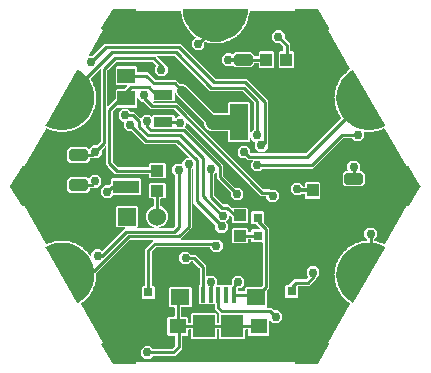
<source format=gbr>
G04 EAGLE Gerber RS-274X export*
G75*
%MOMM*%
%FSLAX34Y34*%
%LPD*%
%INTop Copper*%
%IPPOS*%
%AMOC8*
5,1,8,0,0,1.08239X$1,22.5*%
G01*
%ADD10R,0.800000X0.800000*%
%ADD11R,1.000000X1.100000*%
%ADD12R,1.100000X1.000000*%
%ADD13C,0.499997*%
%ADD14C,1.000000*%
%ADD15R,1.500000X1.300000*%
%ADD16R,2.200000X1.100000*%
%ADD17R,1.530000X1.530000*%
%ADD18C,1.530000*%
%ADD19R,1.600200X0.838200*%
%ADD20R,1.600200X3.098800*%
%ADD21R,0.400000X1.350000*%
%ADD22R,1.600000X1.400000*%
%ADD23R,1.450000X1.300000*%
%ADD24R,1.900000X1.900000*%
%ADD25C,0.756400*%
%ADD26C,0.254000*%
%ADD27C,1.270000*%
%ADD28C,0.812800*%
%ADD29C,0.304800*%

G36*
X278630Y195708D02*
X278630Y195708D01*
X278658Y195706D01*
X278726Y195728D01*
X278797Y195742D01*
X278820Y195758D01*
X278847Y195767D01*
X278902Y195814D01*
X278961Y195855D01*
X278976Y195879D01*
X278998Y195897D01*
X279029Y195962D01*
X279068Y196022D01*
X279073Y196050D01*
X279085Y196076D01*
X279094Y196177D01*
X279101Y196219D01*
X279099Y196229D01*
X279100Y196242D01*
X278982Y197719D01*
X413422Y197719D01*
X413304Y196242D01*
X413308Y196213D01*
X413303Y196185D01*
X413320Y196116D01*
X413328Y196044D01*
X413343Y196020D01*
X413349Y195992D01*
X413392Y195934D01*
X413428Y195872D01*
X413450Y195855D01*
X413467Y195832D01*
X413529Y195795D01*
X413586Y195752D01*
X413614Y195745D01*
X413638Y195730D01*
X413738Y195714D01*
X413779Y195703D01*
X413789Y195705D01*
X413802Y195703D01*
X432802Y195703D01*
X432878Y195718D01*
X432956Y195727D01*
X432975Y195738D01*
X432997Y195742D01*
X433061Y195786D01*
X433129Y195825D01*
X433145Y195844D01*
X433161Y195855D01*
X433185Y195893D01*
X433235Y195953D01*
X442735Y212453D01*
X442744Y212480D01*
X442760Y212504D01*
X442775Y212574D01*
X442798Y212642D01*
X442795Y212670D01*
X442801Y212698D01*
X442788Y212769D01*
X442782Y212840D01*
X442769Y212865D01*
X442763Y212893D01*
X442723Y212953D01*
X442690Y213016D01*
X442668Y213034D01*
X442652Y213058D01*
X442569Y213116D01*
X442537Y213143D01*
X442526Y213146D01*
X442516Y213153D01*
X441197Y213777D01*
X460088Y246497D01*
X460115Y246579D01*
X460147Y246660D01*
X460147Y246674D01*
X460152Y246687D01*
X460145Y246774D01*
X460144Y246860D01*
X460138Y246873D01*
X460137Y246887D01*
X460098Y246964D01*
X460062Y247044D01*
X460052Y247054D01*
X460046Y247066D01*
X460003Y247101D01*
X459934Y247170D01*
X458814Y247933D01*
X458749Y247960D01*
X458687Y247995D01*
X458655Y248000D01*
X458629Y248011D01*
X458577Y248011D01*
X458509Y248021D01*
X458503Y248020D01*
X458028Y248462D01*
X457998Y248480D01*
X457968Y248509D01*
X457432Y248874D01*
X457431Y248880D01*
X457404Y248945D01*
X457386Y249013D01*
X457366Y249039D01*
X457356Y249065D01*
X457319Y249102D01*
X457278Y249157D01*
X455539Y250770D01*
X455479Y250806D01*
X455423Y250850D01*
X455392Y250860D01*
X455368Y250874D01*
X455317Y250882D01*
X455250Y250902D01*
X455245Y250902D01*
X454840Y251410D01*
X454814Y251432D01*
X454789Y251465D01*
X454313Y251906D01*
X454313Y251912D01*
X454296Y251980D01*
X454288Y252051D01*
X454272Y252079D01*
X454266Y252107D01*
X454235Y252148D01*
X454202Y252209D01*
X452723Y254063D01*
X452669Y254108D01*
X452621Y254159D01*
X452591Y254173D01*
X452570Y254191D01*
X452520Y254207D01*
X452458Y254236D01*
X452452Y254238D01*
X452128Y254800D01*
X452105Y254826D01*
X452085Y254862D01*
X451680Y255369D01*
X451681Y255375D01*
X451675Y255445D01*
X451677Y255516D01*
X451666Y255547D01*
X451664Y255575D01*
X451640Y255620D01*
X451616Y255685D01*
X450430Y257739D01*
X450383Y257792D01*
X450343Y257850D01*
X450316Y257868D01*
X450297Y257889D01*
X450251Y257911D01*
X450193Y257950D01*
X450188Y257952D01*
X449951Y258556D01*
X449932Y258585D01*
X449918Y258624D01*
X449593Y259186D01*
X449595Y259191D01*
X449599Y259262D01*
X449612Y259331D01*
X449606Y259363D01*
X449607Y259391D01*
X449590Y259440D01*
X449577Y259508D01*
X448710Y261715D01*
X448672Y261774D01*
X448641Y261838D01*
X448616Y261860D01*
X448601Y261884D01*
X448559Y261913D01*
X448507Y261959D01*
X448503Y261962D01*
X448358Y262595D01*
X448344Y262626D01*
X448336Y262667D01*
X448099Y263271D01*
X448101Y263276D01*
X448116Y263345D01*
X448139Y263412D01*
X448137Y263445D01*
X448143Y263472D01*
X448133Y263523D01*
X448130Y263592D01*
X447602Y265904D01*
X447573Y265968D01*
X447552Y266035D01*
X447531Y266061D01*
X447519Y266086D01*
X447482Y266121D01*
X447438Y266175D01*
X447434Y266179D01*
X447385Y266826D01*
X447376Y266859D01*
X447374Y266901D01*
X447229Y267533D01*
X447232Y267538D01*
X447257Y267604D01*
X447290Y267667D01*
X447293Y267699D01*
X447303Y267726D01*
X447301Y267777D01*
X447308Y267846D01*
X447131Y270211D01*
X447111Y270278D01*
X447101Y270348D01*
X447084Y270377D01*
X447076Y270404D01*
X447044Y270444D01*
X447009Y270504D01*
X447005Y270508D01*
X447054Y271155D01*
X447049Y271189D01*
X447054Y271231D01*
X447005Y271878D01*
X447009Y271882D01*
X447043Y271943D01*
X447085Y272000D01*
X447093Y272032D01*
X447107Y272057D01*
X447113Y272108D01*
X447130Y272175D01*
X447306Y274540D01*
X447298Y274610D01*
X447297Y274680D01*
X447285Y274711D01*
X447281Y274739D01*
X447256Y274783D01*
X447230Y274847D01*
X447227Y274852D01*
X447371Y275485D01*
X447372Y275519D01*
X447382Y275560D01*
X447431Y276207D01*
X447435Y276210D01*
X447478Y276266D01*
X447528Y276316D01*
X447541Y276346D01*
X447558Y276369D01*
X447571Y276419D01*
X447598Y276482D01*
X448125Y278794D01*
X448127Y278864D01*
X448132Y278889D01*
X448131Y278891D01*
X448137Y278935D01*
X448130Y278966D01*
X448130Y278994D01*
X448112Y279043D01*
X448096Y279110D01*
X448093Y279115D01*
X448330Y279719D01*
X448336Y279753D01*
X448353Y279791D01*
X448497Y280424D01*
X448502Y280427D01*
X448553Y280476D01*
X448609Y280518D01*
X448626Y280546D01*
X448647Y280565D01*
X448667Y280612D01*
X448704Y280671D01*
X449569Y282879D01*
X449582Y282949D01*
X449602Y283016D01*
X449599Y283049D01*
X449604Y283076D01*
X449593Y283127D01*
X449587Y283196D01*
X449586Y283201D01*
X449910Y283763D01*
X449921Y283796D01*
X449943Y283831D01*
X450180Y284435D01*
X450185Y284438D01*
X450243Y284478D01*
X450305Y284511D01*
X450326Y284536D01*
X450349Y284553D01*
X450376Y284596D01*
X450421Y284649D01*
X451606Y286703D01*
X451629Y286770D01*
X451659Y286834D01*
X451661Y286866D01*
X451670Y286893D01*
X451666Y286944D01*
X451671Y287014D01*
X451670Y287019D01*
X452075Y287526D01*
X452091Y287557D01*
X452117Y287589D01*
X452442Y288151D01*
X452447Y288153D01*
X452510Y288184D01*
X452577Y288208D01*
X452601Y288229D01*
X452626Y288242D01*
X452660Y288281D01*
X452712Y288326D01*
X454190Y290181D01*
X454222Y290244D01*
X454262Y290302D01*
X454269Y290334D01*
X454282Y290359D01*
X454286Y290411D01*
X454300Y290478D01*
X454300Y290484D01*
X454776Y290925D01*
X454796Y290953D01*
X454828Y290981D01*
X455232Y291488D01*
X455237Y291489D01*
X455305Y291510D01*
X455374Y291524D01*
X455402Y291542D01*
X455428Y291550D01*
X455467Y291584D01*
X455526Y291621D01*
X457263Y293235D01*
X457305Y293292D01*
X457352Y293344D01*
X457364Y293375D01*
X457380Y293397D01*
X457392Y293448D01*
X457417Y293512D01*
X457418Y293518D01*
X457954Y293883D01*
X457978Y293908D01*
X458013Y293931D01*
X458489Y294372D01*
X458494Y294372D01*
X458564Y294383D01*
X458634Y294386D01*
X458664Y294400D01*
X458692Y294404D01*
X458736Y294432D01*
X458799Y294460D01*
X460758Y295796D01*
X460807Y295847D01*
X460862Y295891D01*
X460878Y295920D01*
X460898Y295940D01*
X460917Y295988D01*
X460951Y296048D01*
X460952Y296053D01*
X461537Y296335D01*
X461565Y296356D01*
X461603Y296373D01*
X462139Y296739D01*
X462144Y296738D01*
X462215Y296738D01*
X462285Y296731D01*
X462316Y296740D01*
X462344Y296740D01*
X462392Y296761D01*
X462458Y296779D01*
X464595Y297809D01*
X464651Y297851D01*
X464712Y297887D01*
X464732Y297913D01*
X464754Y297930D01*
X464780Y297974D01*
X464823Y298029D01*
X464825Y298034D01*
X465446Y298225D01*
X465476Y298242D01*
X465516Y298253D01*
X466101Y298534D01*
X466106Y298533D01*
X466176Y298523D01*
X466244Y298505D01*
X466277Y298509D01*
X466304Y298505D01*
X466354Y298518D01*
X466423Y298527D01*
X468689Y299226D01*
X468751Y299260D01*
X468816Y299286D01*
X468840Y299309D01*
X468865Y299322D01*
X468897Y299363D01*
X468947Y299410D01*
X468950Y299415D01*
X469592Y299511D01*
X469625Y299523D01*
X469666Y299528D01*
X470286Y299720D01*
X470291Y299717D01*
X470313Y299711D01*
X470317Y299708D01*
X470330Y299706D01*
X470359Y299697D01*
X470423Y299669D01*
X470456Y299668D01*
X470483Y299660D01*
X470534Y299666D01*
X470604Y299664D01*
X472948Y300018D01*
X473015Y300043D01*
X473083Y300059D01*
X473110Y300077D01*
X473137Y300087D01*
X473175Y300122D01*
X473231Y300161D01*
X473235Y300165D01*
X473884Y300165D01*
X473918Y300172D01*
X473960Y300171D01*
X474294Y300222D01*
X474358Y300245D01*
X474424Y300260D01*
X474451Y300279D01*
X474482Y300290D01*
X474532Y300336D01*
X474587Y300376D01*
X474605Y300404D01*
X474629Y300426D01*
X474657Y300488D01*
X474693Y300546D01*
X474700Y300581D01*
X474712Y300609D01*
X474714Y300659D01*
X474725Y300723D01*
X474725Y301023D01*
X474724Y301031D01*
X474725Y301038D01*
X474704Y301128D01*
X474686Y301219D01*
X474681Y301226D01*
X474679Y301233D01*
X474577Y301381D01*
X472213Y303745D01*
X472213Y308141D01*
X475322Y311250D01*
X479718Y311250D01*
X482827Y308141D01*
X482827Y303745D01*
X480463Y301381D01*
X480459Y301375D01*
X480453Y301370D01*
X480404Y301292D01*
X480352Y301214D01*
X480351Y301207D01*
X480347Y301200D01*
X480315Y301023D01*
X480315Y300295D01*
X480328Y300228D01*
X480333Y300160D01*
X480348Y300131D01*
X480354Y300099D01*
X480393Y300042D01*
X480423Y299981D01*
X480448Y299960D01*
X480467Y299933D01*
X480524Y299896D01*
X480576Y299851D01*
X480610Y299840D01*
X480635Y299823D01*
X480684Y299815D01*
X480747Y299793D01*
X481582Y299668D01*
X481653Y299671D01*
X481723Y299666D01*
X481754Y299676D01*
X481782Y299678D01*
X481829Y299700D01*
X481874Y299714D01*
X481880Y299716D01*
X481883Y299717D01*
X481895Y299721D01*
X481900Y299724D01*
X482520Y299532D01*
X482554Y299529D01*
X482594Y299516D01*
X483235Y299419D01*
X483239Y299415D01*
X483291Y299367D01*
X483337Y299314D01*
X483366Y299299D01*
X483387Y299280D01*
X483436Y299263D01*
X483497Y299231D01*
X485764Y298533D01*
X485834Y298526D01*
X485903Y298511D01*
X485935Y298516D01*
X485963Y298513D01*
X486012Y298528D01*
X486081Y298539D01*
X486086Y298541D01*
X486671Y298259D01*
X486704Y298251D01*
X486741Y298232D01*
X487361Y298041D01*
X487364Y298036D01*
X487409Y297981D01*
X487446Y297922D01*
X487473Y297902D01*
X487491Y297881D01*
X487536Y297857D01*
X487592Y297816D01*
X488830Y297220D01*
X488914Y297199D01*
X488997Y297173D01*
X489011Y297174D01*
X489024Y297171D01*
X489110Y297184D01*
X489196Y297192D01*
X489209Y297198D01*
X489223Y297200D01*
X489297Y297245D01*
X489373Y297286D01*
X489383Y297298D01*
X489394Y297305D01*
X489427Y297349D01*
X489489Y297424D01*
X508381Y330145D01*
X509618Y329291D01*
X509645Y329280D01*
X509667Y329261D01*
X509736Y329241D01*
X509801Y329213D01*
X509830Y329213D01*
X509858Y329205D01*
X509929Y329213D01*
X510000Y329213D01*
X510027Y329224D01*
X510056Y329227D01*
X510118Y329262D01*
X510183Y329290D01*
X510204Y329310D01*
X510229Y329325D01*
X510292Y329402D01*
X510322Y329432D01*
X510326Y329442D01*
X510335Y329453D01*
X519835Y345953D01*
X519845Y345985D01*
X519854Y345998D01*
X519858Y346022D01*
X519859Y346026D01*
X519890Y346096D01*
X519890Y346120D01*
X519898Y346142D01*
X519892Y346218D01*
X519893Y346295D01*
X519883Y346319D01*
X519882Y346340D01*
X519861Y346379D01*
X519835Y346451D01*
X510335Y362951D01*
X510316Y362973D01*
X510303Y362999D01*
X510250Y363047D01*
X510203Y363100D01*
X510177Y363113D01*
X510156Y363132D01*
X510088Y363155D01*
X510024Y363186D01*
X509995Y363188D01*
X509968Y363197D01*
X509896Y363192D01*
X509825Y363195D01*
X509798Y363185D01*
X509769Y363183D01*
X509679Y363141D01*
X509639Y363126D01*
X509631Y363119D01*
X509618Y363113D01*
X508381Y362259D01*
X489489Y394980D01*
X489432Y395045D01*
X489378Y395113D01*
X489366Y395120D01*
X489357Y395131D01*
X489279Y395168D01*
X489203Y395210D01*
X489189Y395212D01*
X489176Y395218D01*
X489090Y395222D01*
X489004Y395232D01*
X488989Y395228D01*
X488976Y395228D01*
X488924Y395210D01*
X488830Y395184D01*
X487592Y394588D01*
X487536Y394545D01*
X487475Y394510D01*
X487455Y394484D01*
X487432Y394467D01*
X487406Y394422D01*
X487364Y394368D01*
X487361Y394363D01*
X486741Y394172D01*
X486711Y394156D01*
X486671Y394145D01*
X486086Y393863D01*
X486081Y393865D01*
X486011Y393875D01*
X485942Y393893D01*
X485910Y393889D01*
X485882Y393893D01*
X485832Y393879D01*
X485764Y393871D01*
X483497Y393173D01*
X483435Y393139D01*
X483370Y393113D01*
X483346Y393090D01*
X483321Y393077D01*
X483289Y393037D01*
X483239Y392989D01*
X483235Y392985D01*
X482594Y392888D01*
X482561Y392877D01*
X482520Y392872D01*
X481900Y392680D01*
X481895Y392683D01*
X481827Y392703D01*
X481762Y392731D01*
X481730Y392732D01*
X481703Y392740D01*
X481651Y392734D01*
X481582Y392736D01*
X479237Y392384D01*
X479171Y392360D01*
X479102Y392343D01*
X479075Y392325D01*
X479049Y392315D01*
X479011Y392280D01*
X478954Y392241D01*
X478950Y392237D01*
X478301Y392237D01*
X478267Y392230D01*
X478226Y392231D01*
X477584Y392135D01*
X477580Y392138D01*
X477516Y392168D01*
X477456Y392205D01*
X477423Y392211D01*
X477398Y392223D01*
X477346Y392225D01*
X477278Y392237D01*
X474907Y392238D01*
X474838Y392224D01*
X474767Y392219D01*
X474738Y392204D01*
X474711Y392199D01*
X474668Y392170D01*
X474606Y392139D01*
X474601Y392136D01*
X473960Y392233D01*
X473925Y392231D01*
X473884Y392239D01*
X473235Y392239D01*
X473231Y392243D01*
X473173Y392282D01*
X473119Y392327D01*
X473088Y392338D01*
X473064Y392354D01*
X473014Y392363D01*
X472948Y392386D01*
X472488Y392455D01*
X472444Y392453D01*
X472402Y392461D01*
X472345Y392448D01*
X472288Y392445D01*
X472248Y392427D01*
X472206Y392417D01*
X472159Y392384D01*
X472107Y392359D01*
X472078Y392326D01*
X472043Y392301D01*
X472012Y392252D01*
X471974Y392209D01*
X471960Y392168D01*
X471937Y392131D01*
X471925Y392066D01*
X471909Y392019D01*
X471911Y391989D01*
X471905Y391954D01*
X471905Y387565D01*
X468796Y384456D01*
X464400Y384456D01*
X462036Y386820D01*
X462030Y386824D01*
X462025Y386830D01*
X461947Y386879D01*
X461869Y386931D01*
X461862Y386932D01*
X461855Y386936D01*
X461678Y386968D01*
X454644Y386968D01*
X454636Y386967D01*
X454628Y386968D01*
X454538Y386947D01*
X454447Y386929D01*
X454441Y386924D01*
X454433Y386922D01*
X454285Y386820D01*
X428780Y361314D01*
X386682Y361314D01*
X386674Y361313D01*
X386667Y361314D01*
X386577Y361293D01*
X386486Y361275D01*
X386479Y361270D01*
X386472Y361268D01*
X386324Y361166D01*
X383960Y358802D01*
X379564Y358802D01*
X376455Y361911D01*
X376455Y366307D01*
X377963Y367814D01*
X377964Y367817D01*
X377966Y367818D01*
X378019Y367899D01*
X378073Y367981D01*
X378074Y367984D01*
X378075Y367986D01*
X378093Y368082D01*
X378111Y368178D01*
X378111Y368181D01*
X378111Y368183D01*
X378090Y368280D01*
X378069Y368374D01*
X378068Y368376D01*
X378067Y368379D01*
X378011Y368459D01*
X377955Y368539D01*
X377953Y368540D01*
X377951Y368542D01*
X377867Y368595D01*
X377786Y368646D01*
X377783Y368647D01*
X377781Y368648D01*
X377604Y368680D01*
X373111Y368680D01*
X371962Y369830D01*
X371955Y369834D01*
X371951Y369840D01*
X371872Y369889D01*
X371795Y369941D01*
X371787Y369942D01*
X371781Y369946D01*
X371603Y369978D01*
X368261Y369978D01*
X365152Y373087D01*
X365152Y377483D01*
X368261Y380592D01*
X372657Y380592D01*
X375766Y377483D01*
X375766Y374777D01*
X375767Y374772D01*
X375766Y374767D01*
X375787Y374674D01*
X375805Y374580D01*
X375808Y374576D01*
X375809Y374571D01*
X375865Y374493D01*
X375918Y374415D01*
X375922Y374412D01*
X375925Y374408D01*
X376007Y374357D01*
X376086Y374305D01*
X376091Y374305D01*
X376096Y374302D01*
X376273Y374270D01*
X422507Y374270D01*
X422515Y374271D01*
X422523Y374270D01*
X422613Y374291D01*
X422704Y374309D01*
X422710Y374314D01*
X422718Y374316D01*
X422866Y374418D01*
X452261Y403813D01*
X452262Y403814D01*
X452274Y403833D01*
X452283Y403847D01*
X452313Y403874D01*
X452338Y403929D01*
X452372Y403980D01*
X452380Y404020D01*
X452396Y404056D01*
X452398Y404117D01*
X452410Y404177D01*
X452401Y404216D01*
X452403Y404256D01*
X452379Y404322D01*
X452368Y404373D01*
X452353Y404396D01*
X452342Y404426D01*
X452117Y404815D01*
X452094Y404841D01*
X452075Y404878D01*
X451670Y405385D01*
X451671Y405390D01*
X451665Y405461D01*
X451667Y405531D01*
X451656Y405562D01*
X451654Y405590D01*
X451630Y405636D01*
X451606Y405701D01*
X450421Y407755D01*
X450374Y407808D01*
X450334Y407866D01*
X450307Y407884D01*
X450289Y407905D01*
X450242Y407928D01*
X450185Y407966D01*
X450180Y407969D01*
X449943Y408573D01*
X449924Y408602D01*
X449910Y408641D01*
X449586Y409203D01*
X449587Y409208D01*
X449592Y409279D01*
X449604Y409348D01*
X449598Y409380D01*
X449600Y409408D01*
X449583Y409457D01*
X449569Y409525D01*
X448704Y411733D01*
X448666Y411792D01*
X448635Y411855D01*
X448610Y411878D01*
X448595Y411901D01*
X448553Y411930D01*
X448502Y411977D01*
X448497Y411980D01*
X448353Y412613D01*
X448338Y412644D01*
X448330Y412685D01*
X448093Y413289D01*
X448096Y413294D01*
X448111Y413363D01*
X448134Y413430D01*
X448132Y413463D01*
X448138Y413490D01*
X448129Y413541D01*
X448125Y413610D01*
X447598Y415922D01*
X447570Y415986D01*
X447548Y416054D01*
X447528Y416079D01*
X447516Y416105D01*
X447478Y416140D01*
X447435Y416194D01*
X447431Y416197D01*
X447382Y416844D01*
X447373Y416878D01*
X447371Y416919D01*
X447227Y417552D01*
X447230Y417557D01*
X447255Y417623D01*
X447288Y417685D01*
X447291Y417718D01*
X447301Y417744D01*
X447299Y417796D01*
X447306Y417864D01*
X447130Y420229D01*
X447111Y420297D01*
X447100Y420367D01*
X447083Y420395D01*
X447076Y420422D01*
X447044Y420462D01*
X447009Y420522D01*
X447005Y420526D01*
X447054Y421173D01*
X447049Y421208D01*
X447054Y421249D01*
X447005Y421896D01*
X447009Y421900D01*
X447044Y421962D01*
X447085Y422019D01*
X447094Y422051D01*
X447107Y422075D01*
X447113Y422127D01*
X447131Y422193D01*
X447308Y424558D01*
X447300Y424628D01*
X447299Y424699D01*
X447287Y424729D01*
X447284Y424757D01*
X447258Y424802D01*
X447232Y424866D01*
X447229Y424871D01*
X447374Y425503D01*
X447375Y425538D01*
X447385Y425578D01*
X447434Y426225D01*
X447438Y426229D01*
X447482Y426285D01*
X447531Y426335D01*
X447544Y426365D01*
X447561Y426387D01*
X447575Y426437D01*
X447602Y426500D01*
X448130Y428812D01*
X448132Y428883D01*
X448142Y428953D01*
X448135Y428984D01*
X448135Y429012D01*
X448117Y429061D01*
X448101Y429128D01*
X448099Y429133D01*
X448336Y429737D01*
X448342Y429771D01*
X448358Y429809D01*
X448503Y430442D01*
X448507Y430445D01*
X448559Y430493D01*
X448615Y430536D01*
X448632Y430563D01*
X448653Y430583D01*
X448674Y430630D01*
X448710Y430689D01*
X449577Y432896D01*
X449589Y432966D01*
X449610Y433033D01*
X449607Y433066D01*
X449612Y433093D01*
X449601Y433144D01*
X449595Y433213D01*
X449593Y433218D01*
X449918Y433780D01*
X449929Y433813D01*
X449951Y433848D01*
X450188Y434452D01*
X450193Y434454D01*
X450251Y434495D01*
X450313Y434528D01*
X450335Y434553D01*
X450358Y434569D01*
X450385Y434613D01*
X450430Y434665D01*
X451616Y436719D01*
X451639Y436786D01*
X451669Y436849D01*
X451671Y436882D01*
X451680Y436909D01*
X451676Y436960D01*
X451681Y437029D01*
X451680Y437035D01*
X452085Y437542D01*
X452101Y437573D01*
X452128Y437604D01*
X452452Y438166D01*
X452458Y438168D01*
X452502Y438190D01*
X452527Y438195D01*
X452547Y438208D01*
X452588Y438223D01*
X452612Y438244D01*
X452637Y438257D01*
X452665Y438288D01*
X452693Y438307D01*
X452704Y438324D01*
X452723Y438341D01*
X454202Y440195D01*
X454234Y440258D01*
X454274Y440316D01*
X454281Y440348D01*
X454294Y440373D01*
X454298Y440425D01*
X454313Y440492D01*
X454313Y440498D01*
X454789Y440939D01*
X454809Y440967D01*
X454840Y440994D01*
X455245Y441502D01*
X455250Y441502D01*
X455318Y441524D01*
X455387Y441537D01*
X455415Y441555D01*
X455441Y441564D01*
X455481Y441597D01*
X455539Y441634D01*
X457278Y443247D01*
X457319Y443304D01*
X457367Y443356D01*
X457378Y443387D01*
X457395Y443409D01*
X457406Y443460D01*
X457431Y443524D01*
X457432Y443530D01*
X457968Y443895D01*
X457993Y443920D01*
X458028Y443942D01*
X458503Y444384D01*
X458509Y444383D01*
X458579Y444395D01*
X458649Y444398D01*
X458679Y444411D01*
X458707Y444415D01*
X458751Y444443D01*
X458814Y444471D01*
X459934Y445234D01*
X459994Y445296D01*
X460058Y445355D01*
X460064Y445368D01*
X460074Y445378D01*
X460106Y445458D01*
X460142Y445537D01*
X460143Y445551D01*
X460148Y445564D01*
X460146Y445651D01*
X460149Y445737D01*
X460144Y445751D01*
X460143Y445764D01*
X460121Y445815D01*
X460088Y445907D01*
X441197Y478627D01*
X442516Y479251D01*
X442538Y479268D01*
X442565Y479278D01*
X442617Y479327D01*
X442675Y479370D01*
X442689Y479395D01*
X442710Y479414D01*
X442739Y479480D01*
X442775Y479542D01*
X442778Y479570D01*
X442790Y479596D01*
X442791Y479668D01*
X442800Y479739D01*
X442792Y479766D01*
X442793Y479795D01*
X442757Y479890D01*
X442746Y479930D01*
X442739Y479939D01*
X442735Y479951D01*
X433235Y496451D01*
X433183Y496510D01*
X433137Y496572D01*
X433118Y496583D01*
X433103Y496600D01*
X433033Y496634D01*
X432966Y496674D01*
X432942Y496678D01*
X432924Y496686D01*
X432879Y496688D01*
X432802Y496701D01*
X413802Y496701D01*
X413774Y496696D01*
X413746Y496698D01*
X413678Y496676D01*
X413607Y496662D01*
X413584Y496646D01*
X413557Y496637D01*
X413502Y496590D01*
X413443Y496549D01*
X413428Y496525D01*
X413407Y496507D01*
X413375Y496442D01*
X413336Y496382D01*
X413331Y496354D01*
X413319Y496328D01*
X413310Y496227D01*
X413303Y496185D01*
X413305Y496175D01*
X413304Y496162D01*
X413422Y494685D01*
X375589Y494685D01*
X375504Y494668D01*
X375419Y494656D01*
X375407Y494648D01*
X375393Y494646D01*
X375321Y494597D01*
X375247Y494552D01*
X375239Y494541D01*
X375227Y494533D01*
X375180Y494461D01*
X375129Y494390D01*
X375125Y494376D01*
X375118Y494365D01*
X375108Y494310D01*
X375084Y494216D01*
X374982Y492857D01*
X374991Y492787D01*
X374991Y492717D01*
X375003Y492686D01*
X375007Y492658D01*
X375032Y492614D01*
X375058Y492550D01*
X375061Y492545D01*
X374917Y491912D01*
X374916Y491878D01*
X374905Y491837D01*
X374857Y491190D01*
X374853Y491187D01*
X374809Y491131D01*
X374760Y491081D01*
X374747Y491051D01*
X374730Y491029D01*
X374716Y490979D01*
X374689Y490915D01*
X374162Y488605D01*
X374160Y488535D01*
X374150Y488465D01*
X374157Y488433D01*
X374157Y488405D01*
X374175Y488357D01*
X374191Y488290D01*
X374194Y488285D01*
X373957Y487681D01*
X373950Y487646D01*
X373934Y487608D01*
X373790Y486975D01*
X373785Y486973D01*
X373734Y486924D01*
X373677Y486882D01*
X373660Y486854D01*
X373640Y486834D01*
X373619Y486787D01*
X373583Y486728D01*
X372717Y484523D01*
X372705Y484453D01*
X372685Y484386D01*
X372687Y484353D01*
X372682Y484326D01*
X372694Y484275D01*
X372700Y484206D01*
X372701Y484201D01*
X372377Y483639D01*
X372365Y483606D01*
X372344Y483571D01*
X372107Y482967D01*
X372101Y482965D01*
X372044Y482924D01*
X371981Y482891D01*
X371960Y482866D01*
X371937Y482850D01*
X371910Y482806D01*
X371865Y482753D01*
X370680Y480702D01*
X370658Y480635D01*
X370628Y480571D01*
X370625Y480538D01*
X370617Y480512D01*
X370620Y480460D01*
X370616Y480391D01*
X370616Y480386D01*
X370212Y479878D01*
X370196Y479847D01*
X370169Y479816D01*
X369845Y479254D01*
X369839Y479252D01*
X369776Y479221D01*
X369710Y479197D01*
X369685Y479176D01*
X369660Y479163D01*
X369626Y479124D01*
X369590Y479092D01*
X369587Y479090D01*
X369586Y479089D01*
X369574Y479079D01*
X368097Y477226D01*
X368065Y477164D01*
X368025Y477105D01*
X368018Y477073D01*
X368005Y477048D01*
X368001Y476997D01*
X367987Y476929D01*
X367986Y476924D01*
X367511Y476482D01*
X367490Y476454D01*
X367459Y476427D01*
X367055Y475919D01*
X367049Y475919D01*
X366982Y475897D01*
X366913Y475884D01*
X366885Y475866D01*
X366858Y475857D01*
X366819Y475824D01*
X366761Y475786D01*
X365024Y474175D01*
X364983Y474118D01*
X364935Y474066D01*
X364923Y474035D01*
X364907Y474012D01*
X364895Y473962D01*
X364871Y473897D01*
X364870Y473892D01*
X364334Y473527D01*
X364309Y473502D01*
X364274Y473479D01*
X363799Y473038D01*
X363793Y473038D01*
X363724Y473027D01*
X363653Y473024D01*
X363623Y473010D01*
X363595Y473006D01*
X363552Y472979D01*
X363488Y472950D01*
X361531Y471616D01*
X361482Y471565D01*
X361427Y471521D01*
X361410Y471492D01*
X361391Y471472D01*
X361372Y471424D01*
X361338Y471364D01*
X361336Y471359D01*
X360751Y471077D01*
X360724Y471056D01*
X360686Y471039D01*
X360150Y470674D01*
X360144Y470675D01*
X360074Y470674D01*
X360003Y470682D01*
X359972Y470673D01*
X359944Y470673D01*
X359897Y470652D01*
X359830Y470634D01*
X357695Y469606D01*
X357639Y469563D01*
X357578Y469527D01*
X357558Y469502D01*
X357536Y469485D01*
X357510Y469440D01*
X357467Y469386D01*
X357464Y469381D01*
X356844Y469190D01*
X356814Y469173D01*
X356774Y469162D01*
X356189Y468880D01*
X356184Y468882D01*
X356114Y468892D01*
X356046Y468910D01*
X356013Y468906D01*
X355985Y468910D01*
X355935Y468896D01*
X355867Y468888D01*
X353603Y468190D01*
X353541Y468156D01*
X353475Y468130D01*
X353452Y468107D01*
X353427Y468094D01*
X353395Y468054D01*
X353344Y468006D01*
X353341Y468002D01*
X352700Y467905D01*
X352667Y467893D01*
X352626Y467888D01*
X352005Y467697D01*
X352001Y467700D01*
X351933Y467720D01*
X351868Y467747D01*
X351835Y467748D01*
X351808Y467756D01*
X351757Y467751D01*
X351688Y467753D01*
X349345Y467400D01*
X349279Y467375D01*
X349210Y467359D01*
X349183Y467341D01*
X349157Y467331D01*
X349119Y467296D01*
X349062Y467257D01*
X349058Y467253D01*
X348409Y467253D01*
X348375Y467246D01*
X348334Y467247D01*
X347692Y467150D01*
X347688Y467154D01*
X347624Y467183D01*
X347564Y467221D01*
X347532Y467227D01*
X347506Y467238D01*
X347455Y467240D01*
X347387Y467253D01*
X345017Y467253D01*
X344948Y467239D01*
X344878Y467233D01*
X344848Y467219D01*
X344821Y467213D01*
X344778Y467184D01*
X344716Y467154D01*
X344712Y467150D01*
X344070Y467247D01*
X344035Y467245D01*
X343995Y467253D01*
X343346Y467253D01*
X343342Y467257D01*
X343283Y467296D01*
X343229Y467342D01*
X343198Y467352D01*
X343175Y467368D01*
X343124Y467377D01*
X343059Y467400D01*
X340716Y467753D01*
X340645Y467749D01*
X340575Y467754D01*
X340544Y467744D01*
X340516Y467743D01*
X340469Y467720D01*
X340403Y467700D01*
X340399Y467697D01*
X339778Y467888D01*
X339744Y467892D01*
X339704Y467905D01*
X339063Y468002D01*
X339060Y468006D01*
X339007Y468054D01*
X338961Y468107D01*
X338932Y468122D01*
X338911Y468141D01*
X338862Y468158D01*
X338801Y468190D01*
X337727Y468521D01*
X337644Y468529D01*
X337562Y468543D01*
X337545Y468539D01*
X337528Y468541D01*
X337448Y468517D01*
X337367Y468498D01*
X337352Y468487D01*
X337336Y468482D01*
X337293Y468446D01*
X337219Y468395D01*
X337052Y468228D01*
X337048Y468221D01*
X337042Y468217D01*
X336993Y468138D01*
X336941Y468061D01*
X336940Y468053D01*
X336936Y468047D01*
X336904Y467869D01*
X336904Y464527D01*
X333795Y461418D01*
X329399Y461418D01*
X326290Y464527D01*
X326290Y468923D01*
X329316Y471949D01*
X329346Y471993D01*
X329382Y472031D01*
X329400Y472076D01*
X329427Y472116D01*
X329437Y472168D01*
X329457Y472217D01*
X329456Y472265D01*
X329465Y472313D01*
X329454Y472365D01*
X329453Y472417D01*
X329433Y472462D01*
X329423Y472509D01*
X329393Y472552D01*
X329372Y472601D01*
X329334Y472638D01*
X329309Y472674D01*
X329276Y472694D01*
X329243Y472727D01*
X328916Y472950D01*
X328851Y472978D01*
X328789Y473013D01*
X328757Y473017D01*
X328731Y473028D01*
X328679Y473028D01*
X328611Y473038D01*
X328605Y473038D01*
X328130Y473479D01*
X328100Y473497D01*
X328070Y473527D01*
X327534Y473892D01*
X327533Y473897D01*
X327507Y473963D01*
X327488Y474031D01*
X327468Y474057D01*
X327458Y474083D01*
X327421Y474120D01*
X327380Y474175D01*
X325643Y475786D01*
X325583Y475823D01*
X325528Y475867D01*
X325496Y475876D01*
X325472Y475891D01*
X325421Y475899D01*
X325355Y475919D01*
X325349Y475919D01*
X324945Y476427D01*
X324918Y476449D01*
X324893Y476482D01*
X324418Y476924D01*
X324417Y476929D01*
X324401Y476998D01*
X324393Y477068D01*
X324377Y477097D01*
X324371Y477124D01*
X324340Y477165D01*
X324307Y477226D01*
X322830Y479079D01*
X322808Y479097D01*
X322803Y479105D01*
X322788Y479113D01*
X322776Y479124D01*
X322728Y479175D01*
X322698Y479189D01*
X322677Y479207D01*
X322627Y479223D01*
X322565Y479252D01*
X322559Y479254D01*
X322235Y479816D01*
X322212Y479842D01*
X322192Y479878D01*
X321788Y480386D01*
X321788Y480391D01*
X321782Y480462D01*
X321784Y480532D01*
X321773Y480563D01*
X321771Y480591D01*
X321747Y480637D01*
X321724Y480702D01*
X320539Y482753D01*
X320492Y482806D01*
X320452Y482864D01*
X320425Y482883D01*
X320406Y482904D01*
X320360Y482926D01*
X320303Y482965D01*
X320297Y482967D01*
X320060Y483571D01*
X320042Y483600D01*
X320027Y483639D01*
X319703Y484201D01*
X319704Y484206D01*
X319709Y484277D01*
X319722Y484346D01*
X319715Y484378D01*
X319717Y484406D01*
X319700Y484455D01*
X319687Y484523D01*
X318821Y486728D01*
X318783Y486788D01*
X318752Y486851D01*
X318728Y486873D01*
X318713Y486897D01*
X318670Y486926D01*
X318619Y486973D01*
X318614Y486975D01*
X318470Y487608D01*
X318456Y487640D01*
X318447Y487681D01*
X318210Y488285D01*
X318213Y488290D01*
X318227Y488359D01*
X318250Y488425D01*
X318249Y488458D01*
X318255Y488486D01*
X318245Y488536D01*
X318242Y488605D01*
X317715Y490915D01*
X317686Y490979D01*
X317665Y491047D01*
X317644Y491072D01*
X317633Y491098D01*
X317595Y491133D01*
X317551Y491187D01*
X317547Y491190D01*
X317499Y491837D01*
X317489Y491871D01*
X317487Y491912D01*
X317343Y492545D01*
X317346Y492550D01*
X317371Y492616D01*
X317404Y492678D01*
X317407Y492711D01*
X317417Y492737D01*
X317415Y492789D01*
X317422Y492857D01*
X317320Y494216D01*
X317297Y494299D01*
X317278Y494384D01*
X317270Y494395D01*
X317266Y494409D01*
X317213Y494476D01*
X317162Y494547D01*
X317150Y494555D01*
X317142Y494566D01*
X317066Y494607D01*
X316992Y494653D01*
X316977Y494656D01*
X316966Y494662D01*
X316910Y494668D01*
X316815Y494685D01*
X278982Y494685D01*
X279100Y496162D01*
X279096Y496191D01*
X279101Y496219D01*
X279084Y496288D01*
X279076Y496360D01*
X279062Y496384D01*
X279055Y496412D01*
X279012Y496470D01*
X278977Y496532D01*
X278954Y496549D01*
X278937Y496572D01*
X278875Y496609D01*
X278818Y496652D01*
X278790Y496659D01*
X278766Y496674D01*
X278666Y496690D01*
X278625Y496701D01*
X278615Y496699D01*
X278602Y496701D01*
X259602Y496701D01*
X259526Y496686D01*
X259448Y496677D01*
X259429Y496666D01*
X259407Y496662D01*
X259343Y496618D01*
X259275Y496579D01*
X259259Y496560D01*
X259243Y496549D01*
X259219Y496511D01*
X259169Y496451D01*
X249669Y479951D01*
X249660Y479924D01*
X249644Y479900D01*
X249629Y479830D01*
X249606Y479762D01*
X249609Y479734D01*
X249603Y479706D01*
X249617Y479636D01*
X249622Y479564D01*
X249635Y479539D01*
X249641Y479511D01*
X249681Y479451D01*
X249714Y479388D01*
X249736Y479370D01*
X249752Y479346D01*
X249835Y479288D01*
X249867Y479261D01*
X249878Y479258D01*
X249889Y479251D01*
X251207Y478627D01*
X238820Y457172D01*
X238808Y457138D01*
X238791Y457110D01*
X238788Y457105D01*
X238776Y457042D01*
X238756Y456982D01*
X238759Y456944D01*
X238752Y456908D01*
X238766Y456845D01*
X238770Y456782D01*
X238787Y456749D01*
X238796Y456712D01*
X238833Y456660D01*
X238861Y456603D01*
X238890Y456579D01*
X238912Y456549D01*
X238966Y456515D01*
X239014Y456474D01*
X239050Y456462D01*
X239082Y456443D01*
X239155Y456430D01*
X239206Y456414D01*
X239231Y456416D01*
X239259Y456411D01*
X241936Y456411D01*
X241944Y456412D01*
X241952Y456411D01*
X242042Y456432D01*
X242133Y456450D01*
X242139Y456455D01*
X242147Y456457D01*
X242295Y456559D01*
X250549Y464813D01*
X252334Y466599D01*
X316880Y466599D01*
X318665Y464813D01*
X345941Y437537D01*
X345948Y437533D01*
X345952Y437527D01*
X346031Y437478D01*
X346108Y437426D01*
X346116Y437425D01*
X346122Y437421D01*
X346300Y437389D01*
X372506Y437389D01*
X390800Y419094D01*
X390800Y381895D01*
X390519Y381614D01*
X390515Y381607D01*
X390509Y381603D01*
X390460Y381524D01*
X390408Y381447D01*
X390407Y381439D01*
X390403Y381433D01*
X390371Y381255D01*
X390371Y378652D01*
X387262Y375544D01*
X382866Y375544D01*
X379757Y378652D01*
X379757Y383048D01*
X379839Y383131D01*
X379841Y383133D01*
X379843Y383134D01*
X379896Y383216D01*
X379950Y383298D01*
X379951Y383300D01*
X379952Y383302D01*
X379970Y383399D01*
X379988Y383495D01*
X379988Y383497D01*
X379988Y383500D01*
X379966Y383597D01*
X379946Y383691D01*
X379945Y383693D01*
X379944Y383695D01*
X379888Y383775D01*
X379832Y383855D01*
X379830Y383857D01*
X379828Y383859D01*
X379745Y383911D01*
X379663Y383963D01*
X379660Y383963D01*
X379658Y383965D01*
X379481Y383997D01*
X379231Y383997D01*
X376533Y386695D01*
X376530Y386697D01*
X376529Y386699D01*
X376448Y386751D01*
X376366Y386806D01*
X376363Y386807D01*
X376361Y386808D01*
X376265Y386825D01*
X376169Y386844D01*
X376166Y386843D01*
X376164Y386844D01*
X376067Y386822D01*
X375973Y386802D01*
X375971Y386801D01*
X375968Y386800D01*
X375888Y386744D01*
X375808Y386688D01*
X375807Y386686D01*
X375805Y386684D01*
X375753Y386601D01*
X375701Y386519D01*
X375700Y386516D01*
X375699Y386514D01*
X375667Y386337D01*
X375667Y384559D01*
X374774Y383666D01*
X357508Y383666D01*
X356615Y384559D01*
X356615Y392303D01*
X356614Y392308D01*
X356615Y392313D01*
X356594Y392406D01*
X356576Y392500D01*
X356573Y392504D01*
X356572Y392509D01*
X356516Y392587D01*
X356463Y392665D01*
X356459Y392668D01*
X356456Y392672D01*
X356374Y392723D01*
X356295Y392775D01*
X356290Y392775D01*
X356285Y392778D01*
X356108Y392810D01*
X342825Y392810D01*
X339931Y394009D01*
X337716Y396224D01*
X336517Y399119D01*
X336517Y400446D01*
X336515Y400454D01*
X336517Y400461D01*
X336496Y400551D01*
X336477Y400642D01*
X336473Y400649D01*
X336471Y400657D01*
X336368Y400805D01*
X313242Y423931D01*
X312996Y424526D01*
X312990Y424534D01*
X312988Y424543D01*
X312886Y424691D01*
X312673Y424903D01*
X312673Y425203D01*
X312663Y425255D01*
X312658Y425326D01*
X312641Y425362D01*
X312638Y425381D01*
X312634Y425400D01*
X312599Y425451D01*
X312572Y425507D01*
X312543Y425533D01*
X312521Y425566D01*
X312469Y425600D01*
X312423Y425641D01*
X312386Y425654D01*
X312353Y425675D01*
X312292Y425686D01*
X312233Y425706D01*
X312194Y425704D01*
X312156Y425711D01*
X312095Y425697D01*
X312033Y425693D01*
X311998Y425675D01*
X311960Y425667D01*
X311909Y425631D01*
X311854Y425603D01*
X311828Y425574D01*
X311797Y425551D01*
X311764Y425498D01*
X311723Y425451D01*
X311711Y425414D01*
X311691Y425381D01*
X311678Y425310D01*
X311662Y425260D01*
X311664Y425232D01*
X311659Y425203D01*
X311659Y418976D01*
X310766Y418083D01*
X294103Y418083D01*
X294100Y418083D01*
X294097Y418083D01*
X294003Y418063D01*
X293906Y418044D01*
X293904Y418042D01*
X293901Y418042D01*
X293822Y417986D01*
X293740Y417931D01*
X293739Y417929D01*
X293737Y417927D01*
X293685Y417845D01*
X293631Y417763D01*
X293631Y417760D01*
X293629Y417758D01*
X293613Y417663D01*
X293596Y417566D01*
X293596Y417563D01*
X293596Y417560D01*
X293618Y417467D01*
X293639Y417370D01*
X293641Y417368D01*
X293641Y417365D01*
X293744Y417217D01*
X293871Y417090D01*
X293878Y417086D01*
X293882Y417080D01*
X293961Y417030D01*
X294038Y416979D01*
X294046Y416978D01*
X294052Y416974D01*
X294230Y416942D01*
X313610Y416942D01*
X386613Y343938D01*
X386620Y343934D01*
X386625Y343928D01*
X386703Y343879D01*
X386780Y343827D01*
X386788Y343826D01*
X386795Y343822D01*
X386972Y343790D01*
X392826Y343790D01*
X393086Y343529D01*
X393093Y343525D01*
X393097Y343519D01*
X393176Y343470D01*
X393253Y343418D01*
X393261Y343417D01*
X393267Y343413D01*
X393445Y343381D01*
X396787Y343381D01*
X399896Y340272D01*
X399896Y335876D01*
X396787Y332767D01*
X392391Y332767D01*
X389282Y335876D01*
X389282Y337693D01*
X389281Y337698D01*
X389282Y337703D01*
X389261Y337796D01*
X389243Y337890D01*
X389240Y337894D01*
X389239Y337899D01*
X389183Y337977D01*
X389130Y338055D01*
X389126Y338058D01*
X389123Y338062D01*
X389041Y338113D01*
X388962Y338165D01*
X388957Y338165D01*
X388952Y338168D01*
X388775Y338200D01*
X384447Y338200D01*
X322561Y400086D01*
X322559Y400087D01*
X322557Y400090D01*
X322477Y400142D01*
X322394Y400197D01*
X322392Y400197D01*
X322389Y400199D01*
X322293Y400216D01*
X322197Y400234D01*
X322195Y400234D01*
X322192Y400234D01*
X322096Y400213D01*
X322001Y400193D01*
X321999Y400191D01*
X321997Y400191D01*
X321917Y400134D01*
X321837Y400079D01*
X321835Y400076D01*
X321833Y400075D01*
X321782Y399992D01*
X321729Y399909D01*
X321729Y399907D01*
X321727Y399905D01*
X321695Y399727D01*
X321695Y397951D01*
X320760Y397015D01*
X320757Y397011D01*
X320752Y397008D01*
X320701Y396927D01*
X320649Y396848D01*
X320648Y396843D01*
X320645Y396839D01*
X320629Y396745D01*
X320611Y396651D01*
X320612Y396646D01*
X320611Y396641D01*
X320633Y396548D01*
X320653Y396455D01*
X320656Y396451D01*
X320657Y396446D01*
X320760Y396298D01*
X322475Y394582D01*
X352807Y364251D01*
X352807Y355698D01*
X352808Y355690D01*
X352807Y355682D01*
X352828Y355592D01*
X352846Y355501D01*
X352851Y355495D01*
X352853Y355487D01*
X352955Y355339D01*
X363114Y345180D01*
X363121Y345176D01*
X363125Y345170D01*
X363204Y345121D01*
X363281Y345069D01*
X363289Y345068D01*
X363295Y345064D01*
X363473Y345032D01*
X366815Y345032D01*
X369924Y341923D01*
X369924Y337527D01*
X366815Y334418D01*
X362419Y334418D01*
X359310Y337527D01*
X359310Y340869D01*
X359309Y340877D01*
X359310Y340885D01*
X359289Y340975D01*
X359271Y341066D01*
X359266Y341072D01*
X359264Y341080D01*
X359162Y341228D01*
X347217Y353172D01*
X347217Y357284D01*
X347217Y357286D01*
X347217Y357289D01*
X347197Y357384D01*
X347178Y357480D01*
X347176Y357483D01*
X347176Y357485D01*
X347120Y357566D01*
X347065Y357646D01*
X347063Y357648D01*
X347061Y357650D01*
X346978Y357703D01*
X346897Y357755D01*
X346894Y357756D01*
X346892Y357757D01*
X346796Y357774D01*
X346700Y357791D01*
X346697Y357790D01*
X346695Y357791D01*
X346600Y357769D01*
X346504Y357747D01*
X346502Y357746D01*
X346499Y357745D01*
X346351Y357643D01*
X345335Y356626D01*
X345331Y356620D01*
X345325Y356615D01*
X345276Y356537D01*
X345224Y356459D01*
X345223Y356452D01*
X345219Y356445D01*
X345187Y356268D01*
X345187Y338807D01*
X345188Y338799D01*
X345187Y338791D01*
X345208Y338701D01*
X345226Y338610D01*
X345231Y338604D01*
X345233Y338596D01*
X345335Y338448D01*
X352737Y331046D01*
X352744Y331042D01*
X352748Y331035D01*
X352827Y330987D01*
X352904Y330935D01*
X352912Y330934D01*
X352918Y330930D01*
X353096Y330898D01*
X357158Y330898D01*
X360112Y327944D01*
X360117Y327941D01*
X360120Y327937D01*
X360200Y327886D01*
X360279Y327833D01*
X360284Y327832D01*
X360289Y327829D01*
X360382Y327813D01*
X360476Y327795D01*
X360481Y327796D01*
X360486Y327796D01*
X360579Y327817D01*
X360672Y327837D01*
X360677Y327840D01*
X360682Y327841D01*
X360830Y327944D01*
X360950Y328065D01*
X373213Y328065D01*
X374107Y327171D01*
X374107Y315908D01*
X373213Y315015D01*
X360950Y315015D01*
X360057Y315908D01*
X360057Y319884D01*
X360056Y319892D01*
X360057Y319900D01*
X360036Y319989D01*
X360017Y320081D01*
X360013Y320087D01*
X360011Y320095D01*
X359909Y320243D01*
X358942Y321210D01*
X358939Y321211D01*
X358938Y321213D01*
X358858Y321265D01*
X358775Y321321D01*
X358772Y321321D01*
X358770Y321323D01*
X358674Y321340D01*
X358578Y321358D01*
X358575Y321358D01*
X358573Y321358D01*
X358476Y321337D01*
X358382Y321317D01*
X358380Y321315D01*
X358377Y321315D01*
X358297Y321258D01*
X358217Y321202D01*
X358216Y321200D01*
X358213Y321199D01*
X358162Y321116D01*
X358110Y321033D01*
X358109Y321031D01*
X358108Y321028D01*
X358076Y320851D01*
X358076Y319202D01*
X355475Y316601D01*
X355472Y316596D01*
X355467Y316593D01*
X355416Y316513D01*
X355364Y316434D01*
X355363Y316429D01*
X355360Y316424D01*
X355344Y316330D01*
X355326Y316237D01*
X355327Y316232D01*
X355326Y316227D01*
X355348Y316134D01*
X355368Y316041D01*
X355371Y316036D01*
X355372Y316031D01*
X355475Y315883D01*
X356843Y314515D01*
X356843Y310119D01*
X353734Y307010D01*
X349338Y307010D01*
X346229Y310119D01*
X346229Y313461D01*
X346228Y313469D01*
X346229Y313477D01*
X346208Y313567D01*
X346190Y313658D01*
X346185Y313664D01*
X346183Y313672D01*
X346081Y313820D01*
X327532Y332368D01*
X327532Y360332D01*
X327532Y360334D01*
X327532Y360337D01*
X327512Y360432D01*
X327493Y360528D01*
X327491Y360531D01*
X327491Y360533D01*
X327435Y360614D01*
X327380Y360694D01*
X327378Y360696D01*
X327376Y360698D01*
X327293Y360751D01*
X327212Y360803D01*
X327209Y360804D01*
X327207Y360805D01*
X327111Y360822D01*
X327015Y360839D01*
X327012Y360838D01*
X327010Y360839D01*
X326916Y360817D01*
X326819Y360795D01*
X326817Y360794D01*
X326814Y360793D01*
X326666Y360691D01*
X326412Y360436D01*
X326408Y360430D01*
X326402Y360425D01*
X326353Y360347D01*
X326301Y360270D01*
X326300Y360262D01*
X326296Y360255D01*
X326264Y360078D01*
X326264Y310881D01*
X318284Y302902D01*
X316858Y301476D01*
X316857Y301473D01*
X316854Y301472D01*
X316802Y301391D01*
X316747Y301309D01*
X316747Y301306D01*
X316745Y301304D01*
X316727Y301206D01*
X316709Y301112D01*
X316710Y301109D01*
X316710Y301107D01*
X316731Y301010D01*
X316751Y300916D01*
X316753Y300914D01*
X316753Y300911D01*
X316810Y300831D01*
X316865Y300751D01*
X316868Y300750D01*
X316869Y300748D01*
X316953Y300695D01*
X317035Y300644D01*
X317037Y300643D01*
X317039Y300642D01*
X317217Y300610D01*
X344203Y300610D01*
X344211Y300611D01*
X344218Y300610D01*
X344308Y300631D01*
X344399Y300649D01*
X344406Y300654D01*
X344413Y300656D01*
X344561Y300758D01*
X344893Y301090D01*
X349289Y301090D01*
X352398Y297981D01*
X352398Y293585D01*
X349289Y290476D01*
X344893Y290476D01*
X341784Y293585D01*
X341784Y294513D01*
X341783Y294518D01*
X341784Y294523D01*
X341763Y294616D01*
X341745Y294710D01*
X341742Y294714D01*
X341741Y294719D01*
X341685Y294797D01*
X341632Y294875D01*
X341628Y294878D01*
X341625Y294882D01*
X341543Y294933D01*
X341464Y294985D01*
X341459Y294985D01*
X341454Y294988D01*
X341277Y295020D01*
X296389Y295020D01*
X296381Y295019D01*
X296373Y295020D01*
X296283Y294999D01*
X296192Y294981D01*
X296186Y294976D01*
X296178Y294974D01*
X296030Y294872D01*
X292249Y291091D01*
X292245Y291084D01*
X292239Y291080D01*
X292190Y291001D01*
X292138Y290924D01*
X292137Y290916D01*
X292133Y290910D01*
X292101Y290732D01*
X292101Y262579D01*
X292102Y262574D01*
X292101Y262569D01*
X292122Y262476D01*
X292140Y262382D01*
X292143Y262378D01*
X292144Y262373D01*
X292200Y262295D01*
X292253Y262217D01*
X292257Y262214D01*
X292260Y262210D01*
X292342Y262159D01*
X292421Y262107D01*
X292426Y262107D01*
X292431Y262104D01*
X292608Y262072D01*
X293938Y262072D01*
X294831Y261179D01*
X294831Y251915D01*
X293938Y251022D01*
X284674Y251022D01*
X283781Y251915D01*
X283781Y261179D01*
X284674Y262072D01*
X286004Y262072D01*
X286009Y262073D01*
X286014Y262072D01*
X286107Y262093D01*
X286201Y262111D01*
X286205Y262114D01*
X286210Y262115D01*
X286288Y262171D01*
X286366Y262224D01*
X286369Y262228D01*
X286373Y262231D01*
X286424Y262313D01*
X286476Y262392D01*
X286476Y262397D01*
X286479Y262402D01*
X286511Y262579D01*
X286511Y293258D01*
X293504Y300250D01*
X293505Y300253D01*
X293508Y300254D01*
X293560Y300335D01*
X293615Y300417D01*
X293615Y300420D01*
X293617Y300422D01*
X293634Y300516D01*
X293653Y300614D01*
X293652Y300617D01*
X293652Y300619D01*
X293631Y300714D01*
X293611Y300810D01*
X293609Y300812D01*
X293609Y300815D01*
X293552Y300895D01*
X293497Y300975D01*
X293494Y300976D01*
X293493Y300978D01*
X293411Y301030D01*
X293327Y301082D01*
X293325Y301083D01*
X293323Y301084D01*
X293145Y301116D01*
X274291Y301116D01*
X274283Y301115D01*
X274275Y301116D01*
X274185Y301095D01*
X274094Y301077D01*
X274088Y301072D01*
X274080Y301070D01*
X273932Y300968D01*
X245474Y272510D01*
X245426Y272438D01*
X245374Y272368D01*
X245371Y272355D01*
X245363Y272343D01*
X245347Y272258D01*
X245326Y272174D01*
X245328Y272160D01*
X245326Y272146D01*
X245344Y272061D01*
X245357Y271976D01*
X245364Y271963D01*
X245367Y271950D01*
X245399Y271904D01*
X245401Y271901D01*
X245350Y271231D01*
X245355Y271196D01*
X245350Y271155D01*
X245399Y270508D01*
X245395Y270504D01*
X245360Y270442D01*
X245319Y270385D01*
X245310Y270353D01*
X245297Y270329D01*
X245291Y270277D01*
X245273Y270211D01*
X245096Y267846D01*
X245104Y267776D01*
X245105Y267705D01*
X245117Y267675D01*
X245120Y267647D01*
X245146Y267602D01*
X245172Y267538D01*
X245175Y267533D01*
X245030Y266901D01*
X245029Y266866D01*
X245019Y266826D01*
X244970Y266179D01*
X244966Y266175D01*
X244922Y266119D01*
X244873Y266069D01*
X244860Y266039D01*
X244843Y266017D01*
X244829Y265967D01*
X244802Y265904D01*
X244274Y263592D01*
X244272Y263521D01*
X244262Y263451D01*
X244269Y263420D01*
X244269Y263392D01*
X244287Y263343D01*
X244303Y263276D01*
X244305Y263271D01*
X244068Y262667D01*
X244062Y262633D01*
X244046Y262595D01*
X243901Y261962D01*
X243897Y261959D01*
X243845Y261911D01*
X243789Y261868D01*
X243772Y261841D01*
X243751Y261821D01*
X243730Y261774D01*
X243694Y261715D01*
X242827Y259508D01*
X242815Y259438D01*
X242794Y259371D01*
X242797Y259338D01*
X242792Y259311D01*
X242803Y259260D01*
X242809Y259191D01*
X242811Y259186D01*
X242486Y258624D01*
X242475Y258591D01*
X242453Y258556D01*
X242216Y257952D01*
X242211Y257950D01*
X242153Y257909D01*
X242091Y257876D01*
X242069Y257851D01*
X242046Y257835D01*
X242019Y257791D01*
X241974Y257739D01*
X240788Y255685D01*
X240765Y255618D01*
X240735Y255555D01*
X240733Y255522D01*
X240724Y255495D01*
X240728Y255444D01*
X240723Y255375D01*
X240724Y255369D01*
X240319Y254862D01*
X240303Y254831D01*
X240276Y254800D01*
X239952Y254238D01*
X239946Y254236D01*
X239883Y254205D01*
X239816Y254181D01*
X239792Y254160D01*
X239767Y254147D01*
X239733Y254108D01*
X239681Y254063D01*
X238202Y252209D01*
X238170Y252146D01*
X238130Y252088D01*
X238123Y252056D01*
X238110Y252031D01*
X238106Y251979D01*
X238091Y251912D01*
X238091Y251906D01*
X237615Y251465D01*
X237595Y251437D01*
X237564Y251410D01*
X237159Y250902D01*
X237154Y250902D01*
X237086Y250880D01*
X237017Y250867D01*
X236989Y250849D01*
X236963Y250840D01*
X236923Y250807D01*
X236865Y250770D01*
X235126Y249157D01*
X235085Y249100D01*
X235037Y249048D01*
X235026Y249017D01*
X235009Y248995D01*
X234998Y248944D01*
X234973Y248880D01*
X234972Y248874D01*
X234436Y248509D01*
X234411Y248484D01*
X234376Y248462D01*
X233901Y248020D01*
X233895Y248021D01*
X233825Y248009D01*
X233755Y248006D01*
X233725Y247993D01*
X233697Y247989D01*
X233653Y247961D01*
X233590Y247933D01*
X232470Y247170D01*
X232410Y247108D01*
X232346Y247049D01*
X232340Y247036D01*
X232330Y247026D01*
X232298Y246946D01*
X232262Y246867D01*
X232261Y246853D01*
X232256Y246840D01*
X232258Y246753D01*
X232255Y246667D01*
X232260Y246653D01*
X232261Y246640D01*
X232283Y246589D01*
X232316Y246497D01*
X251207Y213777D01*
X249889Y213153D01*
X249866Y213136D01*
X249839Y213126D01*
X249787Y213077D01*
X249729Y213034D01*
X249715Y213009D01*
X249694Y212990D01*
X249665Y212924D01*
X249629Y212862D01*
X249626Y212834D01*
X249614Y212808D01*
X249613Y212736D01*
X249604Y212665D01*
X249612Y212638D01*
X249612Y212609D01*
X249647Y212514D01*
X249658Y212474D01*
X249665Y212465D01*
X249669Y212453D01*
X259169Y195953D01*
X259221Y195895D01*
X259267Y195832D01*
X259286Y195821D01*
X259301Y195804D01*
X259371Y195770D01*
X259438Y195730D01*
X259463Y195726D01*
X259480Y195718D01*
X259525Y195716D01*
X259602Y195703D01*
X278602Y195703D01*
X278630Y195708D01*
G37*
G36*
X240735Y287400D02*
X240735Y287400D01*
X240767Y287398D01*
X240832Y287421D01*
X240899Y287436D01*
X240925Y287455D01*
X240955Y287466D01*
X241006Y287512D01*
X241062Y287552D01*
X241079Y287580D01*
X241103Y287601D01*
X241132Y287664D01*
X241168Y287723D01*
X241174Y287757D01*
X241187Y287783D01*
X241188Y287834D01*
X241200Y287900D01*
X241200Y289853D01*
X244309Y292962D01*
X248705Y292962D01*
X249830Y291837D01*
X249834Y291834D01*
X249837Y291830D01*
X249917Y291779D01*
X249996Y291726D01*
X250002Y291725D01*
X250006Y291723D01*
X250100Y291707D01*
X250193Y291689D01*
X250199Y291690D01*
X250204Y291689D01*
X250296Y291711D01*
X250389Y291730D01*
X250394Y291733D01*
X250399Y291735D01*
X250547Y291837D01*
X267694Y308984D01*
X269344Y310634D01*
X269345Y310637D01*
X269348Y310638D01*
X269400Y310719D01*
X269455Y310801D01*
X269455Y310804D01*
X269457Y310806D01*
X269474Y310902D01*
X269493Y310998D01*
X269492Y311001D01*
X269492Y311003D01*
X269471Y311100D01*
X269451Y311194D01*
X269449Y311196D01*
X269449Y311199D01*
X269393Y311278D01*
X269337Y311359D01*
X269334Y311360D01*
X269333Y311362D01*
X269249Y311415D01*
X269167Y311466D01*
X269165Y311467D01*
X269163Y311468D01*
X268985Y311500D01*
X262990Y311500D01*
X262097Y312393D01*
X262097Y328957D01*
X262990Y329850D01*
X279554Y329850D01*
X280447Y328957D01*
X280447Y312393D01*
X279689Y311636D01*
X279687Y311633D01*
X279685Y311632D01*
X279633Y311551D01*
X279578Y311469D01*
X279577Y311466D01*
X279576Y311464D01*
X279559Y311368D01*
X279540Y311272D01*
X279541Y311269D01*
X279540Y311267D01*
X279562Y311170D01*
X279582Y311076D01*
X279583Y311074D01*
X279584Y311071D01*
X279641Y310991D01*
X279696Y310911D01*
X279699Y310910D01*
X279700Y310908D01*
X279783Y310856D01*
X279865Y310804D01*
X279868Y310803D01*
X279870Y310802D01*
X280048Y310770D01*
X294061Y310770D01*
X294062Y310770D01*
X294063Y310770D01*
X294159Y310789D01*
X294257Y310809D01*
X294258Y310810D01*
X294259Y310810D01*
X294340Y310866D01*
X294423Y310922D01*
X294424Y310923D01*
X294425Y310924D01*
X294479Y311008D01*
X294532Y311090D01*
X294532Y311091D01*
X294533Y311092D01*
X294550Y311191D01*
X294568Y311287D01*
X294567Y311289D01*
X294568Y311290D01*
X294546Y311385D01*
X294524Y311483D01*
X294523Y311484D01*
X294523Y311485D01*
X294466Y311565D01*
X294408Y311646D01*
X294407Y311647D01*
X294406Y311648D01*
X294255Y311746D01*
X291475Y312897D01*
X288894Y315478D01*
X287497Y318850D01*
X287497Y322500D01*
X288894Y325872D01*
X291475Y328453D01*
X291899Y328629D01*
X291900Y328629D01*
X293124Y329136D01*
X293564Y329318D01*
X293570Y329322D01*
X293576Y329323D01*
X293653Y329378D01*
X293731Y329430D01*
X293734Y329436D01*
X293739Y329439D01*
X293789Y329519D01*
X293841Y329598D01*
X293842Y329604D01*
X293845Y329610D01*
X293877Y329787D01*
X293877Y335496D01*
X293876Y335501D01*
X293877Y335506D01*
X293856Y335599D01*
X293838Y335693D01*
X293835Y335697D01*
X293834Y335702D01*
X293778Y335780D01*
X293725Y335858D01*
X293721Y335861D01*
X293718Y335865D01*
X293636Y335916D01*
X293557Y335968D01*
X293552Y335968D01*
X293547Y335971D01*
X293370Y336003D01*
X290921Y336003D01*
X290028Y336896D01*
X290028Y348160D01*
X290921Y349053D01*
X303185Y349053D01*
X304078Y348160D01*
X304078Y336896D01*
X303185Y336003D01*
X299974Y336003D01*
X299969Y336002D01*
X299964Y336003D01*
X299871Y335982D01*
X299777Y335964D01*
X299773Y335961D01*
X299768Y335960D01*
X299690Y335904D01*
X299612Y335851D01*
X299609Y335847D01*
X299605Y335844D01*
X299554Y335762D01*
X299502Y335683D01*
X299502Y335678D01*
X299499Y335673D01*
X299467Y335496D01*
X299467Y329787D01*
X299468Y329781D01*
X299467Y329774D01*
X299488Y329683D01*
X299506Y329590D01*
X299510Y329585D01*
X299511Y329579D01*
X299566Y329502D01*
X299619Y329425D01*
X299624Y329421D01*
X299628Y329416D01*
X299780Y329318D01*
X301869Y328453D01*
X304450Y325872D01*
X305847Y322500D01*
X305847Y318850D01*
X304450Y315478D01*
X301869Y312897D01*
X301695Y312825D01*
X300470Y312318D01*
X299246Y311810D01*
X299089Y311746D01*
X299088Y311745D01*
X299087Y311745D01*
X299004Y311688D01*
X298923Y311634D01*
X298922Y311633D01*
X298921Y311632D01*
X298867Y311549D01*
X298813Y311466D01*
X298813Y311465D01*
X298812Y311464D01*
X298794Y311366D01*
X298776Y311269D01*
X298777Y311268D01*
X298776Y311267D01*
X298798Y311168D01*
X298819Y311073D01*
X298820Y311072D01*
X298820Y311071D01*
X298877Y310990D01*
X298934Y310909D01*
X298935Y310909D01*
X298936Y310908D01*
X299021Y310855D01*
X299104Y310803D01*
X299105Y310802D01*
X299106Y310802D01*
X299283Y310770D01*
X310163Y310770D01*
X310171Y310771D01*
X310179Y310770D01*
X310269Y310791D01*
X310360Y310809D01*
X310366Y310814D01*
X310374Y310816D01*
X310522Y310918D01*
X312162Y312558D01*
X312166Y312565D01*
X312173Y312570D01*
X312222Y312648D01*
X312273Y312725D01*
X312274Y312733D01*
X312279Y312740D01*
X312311Y312917D01*
X312311Y355125D01*
X312309Y355133D01*
X312310Y355140D01*
X312289Y355230D01*
X312271Y355321D01*
X312267Y355328D01*
X312265Y355335D01*
X312162Y355483D01*
X309799Y357847D01*
X309799Y362243D01*
X312907Y365352D01*
X317305Y365352D01*
X317382Y365302D01*
X317463Y365248D01*
X317466Y365247D01*
X317468Y365246D01*
X317564Y365229D01*
X317660Y365210D01*
X317663Y365211D01*
X317665Y365210D01*
X317761Y365232D01*
X317856Y365252D01*
X317858Y365253D01*
X317861Y365254D01*
X317941Y365311D01*
X318021Y365366D01*
X318022Y365368D01*
X318024Y365370D01*
X318076Y365453D01*
X318128Y365535D01*
X318129Y365538D01*
X318130Y365540D01*
X318162Y365718D01*
X318162Y367196D01*
X321271Y370305D01*
X323018Y370305D01*
X323021Y370305D01*
X323023Y370305D01*
X323118Y370325D01*
X323215Y370344D01*
X323217Y370346D01*
X323220Y370346D01*
X323300Y370402D01*
X323381Y370457D01*
X323382Y370459D01*
X323384Y370461D01*
X323437Y370544D01*
X323490Y370625D01*
X323490Y370628D01*
X323492Y370630D01*
X323508Y370726D01*
X323525Y370822D01*
X323525Y370825D01*
X323525Y370827D01*
X323503Y370921D01*
X323482Y371018D01*
X323480Y371020D01*
X323480Y371023D01*
X323377Y371171D01*
X312681Y381867D01*
X312674Y381871D01*
X312670Y381877D01*
X312591Y381926D01*
X312514Y381978D01*
X312506Y381979D01*
X312500Y381983D01*
X312322Y382015D01*
X286243Y382015D01*
X275696Y392563D01*
X275689Y392567D01*
X275685Y392573D01*
X275606Y392622D01*
X275529Y392674D01*
X275521Y392675D01*
X275515Y392679D01*
X275337Y392711D01*
X271995Y392711D01*
X268886Y395820D01*
X268886Y400288D01*
X268901Y400368D01*
X268919Y400464D01*
X268918Y400467D01*
X268919Y400469D01*
X268897Y400566D01*
X268878Y400660D01*
X268876Y400662D01*
X268875Y400665D01*
X268819Y400745D01*
X268763Y400825D01*
X268761Y400826D01*
X268759Y400828D01*
X268677Y400880D01*
X268594Y400932D01*
X268591Y400933D01*
X268589Y400934D01*
X268412Y400966D01*
X267479Y400966D01*
X264370Y404075D01*
X264370Y408471D01*
X267479Y411580D01*
X271875Y411580D01*
X274239Y409216D01*
X274245Y409212D01*
X274250Y409206D01*
X274328Y409157D01*
X274405Y409105D01*
X274413Y409104D01*
X274420Y409100D01*
X274597Y409068D01*
X277637Y409068D01*
X282470Y404234D01*
X282476Y404230D01*
X282479Y404225D01*
X282559Y404175D01*
X282637Y404122D01*
X282643Y404121D01*
X282649Y404118D01*
X282741Y404102D01*
X282833Y404084D01*
X282840Y404085D01*
X282846Y404084D01*
X282937Y404105D01*
X283030Y404124D01*
X283035Y404128D01*
X283041Y404130D01*
X283189Y404232D01*
X285838Y406881D01*
X290234Y406881D01*
X291749Y405366D01*
X291753Y405363D01*
X291756Y405359D01*
X291836Y405308D01*
X291916Y405255D01*
X291921Y405254D01*
X291925Y405251D01*
X292019Y405236D01*
X292112Y405218D01*
X292118Y405219D01*
X292123Y405218D01*
X292215Y405240D01*
X292309Y405259D01*
X292313Y405262D01*
X292318Y405263D01*
X292466Y405366D01*
X293500Y406401D01*
X310766Y406401D01*
X311659Y405508D01*
X311659Y404149D01*
X311659Y404146D01*
X311659Y404144D01*
X311679Y404049D01*
X311698Y403952D01*
X311700Y403950D01*
X311700Y403947D01*
X311756Y403867D01*
X311811Y403786D01*
X311813Y403785D01*
X311815Y403783D01*
X311898Y403730D01*
X311979Y403677D01*
X311982Y403677D01*
X311984Y403675D01*
X312080Y403659D01*
X312176Y403642D01*
X312179Y403642D01*
X312181Y403642D01*
X312276Y403664D01*
X312372Y403685D01*
X312374Y403687D01*
X312377Y403687D01*
X312525Y403790D01*
X314190Y405456D01*
X315967Y405456D01*
X315969Y405456D01*
X315972Y405456D01*
X316067Y405476D01*
X316163Y405495D01*
X316165Y405497D01*
X316168Y405497D01*
X316249Y405553D01*
X316329Y405608D01*
X316330Y405610D01*
X316333Y405612D01*
X316386Y405695D01*
X316438Y405776D01*
X316439Y405779D01*
X316440Y405781D01*
X316457Y405877D01*
X316474Y405973D01*
X316473Y405976D01*
X316474Y405978D01*
X316452Y406072D01*
X316430Y406169D01*
X316429Y406171D01*
X316428Y406174D01*
X316325Y406322D01*
X311443Y411204D01*
X311437Y411208D01*
X311432Y411214D01*
X311354Y411263D01*
X311276Y411315D01*
X311269Y411316D01*
X311262Y411320D01*
X311085Y411352D01*
X291704Y411352D01*
X285348Y417709D01*
X285341Y417713D01*
X285337Y417719D01*
X285258Y417768D01*
X285181Y417820D01*
X285173Y417821D01*
X285167Y417825D01*
X284989Y417857D01*
X283806Y417857D01*
X280655Y421009D01*
X280652Y421010D01*
X280651Y421012D01*
X280570Y421065D01*
X280488Y421119D01*
X280485Y421120D01*
X280483Y421121D01*
X280387Y421139D01*
X280291Y421157D01*
X280288Y421157D01*
X280286Y421157D01*
X280189Y421136D01*
X280095Y421115D01*
X280093Y421114D01*
X280090Y421113D01*
X280010Y421057D01*
X279930Y421001D01*
X279929Y420999D01*
X279927Y420997D01*
X279875Y420915D01*
X279823Y420832D01*
X279822Y420829D01*
X279821Y420827D01*
X279789Y420650D01*
X279789Y413771D01*
X278896Y412878D01*
X262763Y412878D01*
X262755Y412877D01*
X262747Y412878D01*
X262657Y412857D01*
X262566Y412839D01*
X262560Y412834D01*
X262552Y412832D01*
X262404Y412730D01*
X259229Y409555D01*
X259225Y409548D01*
X259219Y409544D01*
X259170Y409465D01*
X259118Y409388D01*
X259117Y409380D01*
X259113Y409373D01*
X259081Y409196D01*
X259081Y367255D01*
X259082Y367247D01*
X259081Y367239D01*
X259102Y367149D01*
X259120Y367058D01*
X259125Y367052D01*
X259127Y367044D01*
X259229Y366896D01*
X263654Y362471D01*
X263661Y362467D01*
X263665Y362461D01*
X263744Y362412D01*
X263821Y362360D01*
X263829Y362359D01*
X263835Y362355D01*
X264013Y362323D01*
X289521Y362323D01*
X289526Y362324D01*
X289531Y362323D01*
X289624Y362344D01*
X289718Y362362D01*
X289722Y362365D01*
X289727Y362366D01*
X289805Y362422D01*
X289883Y362475D01*
X289886Y362479D01*
X289890Y362482D01*
X289941Y362564D01*
X289993Y362643D01*
X289993Y362648D01*
X289996Y362653D01*
X290028Y362830D01*
X290028Y365160D01*
X290921Y366053D01*
X303185Y366053D01*
X304078Y365160D01*
X304078Y353896D01*
X303185Y353003D01*
X290921Y353003D01*
X290028Y353896D01*
X290028Y356226D01*
X290027Y356231D01*
X290028Y356236D01*
X290007Y356329D01*
X289989Y356423D01*
X289986Y356427D01*
X289985Y356432D01*
X289929Y356510D01*
X289876Y356588D01*
X289872Y356591D01*
X289869Y356595D01*
X289787Y356646D01*
X289708Y356698D01*
X289703Y356698D01*
X289698Y356701D01*
X289521Y356733D01*
X261487Y356733D01*
X255277Y362944D01*
X253491Y364729D01*
X253491Y379505D01*
X253491Y379508D01*
X253491Y379510D01*
X253471Y379605D01*
X253452Y379702D01*
X253450Y379704D01*
X253450Y379707D01*
X253394Y379787D01*
X253339Y379868D01*
X253337Y379869D01*
X253335Y379871D01*
X253252Y379924D01*
X253171Y379977D01*
X253168Y379977D01*
X253166Y379979D01*
X253070Y379995D01*
X252974Y380012D01*
X252971Y380012D01*
X252969Y380012D01*
X252875Y379990D01*
X252778Y379969D01*
X252776Y379967D01*
X252773Y379967D01*
X252625Y379864D01*
X249930Y377169D01*
X249926Y377162D01*
X249920Y377158D01*
X249871Y377079D01*
X249819Y377002D01*
X249818Y376994D01*
X249814Y376988D01*
X249782Y376810D01*
X249782Y373468D01*
X246673Y370359D01*
X243331Y370359D01*
X243323Y370358D01*
X243315Y370359D01*
X243225Y370338D01*
X243134Y370320D01*
X243128Y370315D01*
X243120Y370313D01*
X242972Y370211D01*
X242864Y370103D01*
X240410Y370103D01*
X240405Y370102D01*
X240400Y370103D01*
X240307Y370082D01*
X240213Y370063D01*
X240209Y370060D01*
X240204Y370059D01*
X240126Y370004D01*
X240048Y369950D01*
X240045Y369946D01*
X240040Y369943D01*
X239990Y369862D01*
X239938Y369782D01*
X239937Y369777D01*
X239935Y369773D01*
X239903Y369595D01*
X239903Y368730D01*
X237545Y366373D01*
X223211Y366373D01*
X220853Y368730D01*
X220853Y377064D01*
X223211Y379422D01*
X237545Y379422D01*
X238777Y378190D01*
X238781Y378187D01*
X238784Y378183D01*
X238864Y378132D01*
X238944Y378079D01*
X238949Y378078D01*
X238954Y378075D01*
X239047Y378059D01*
X239141Y378042D01*
X239146Y378043D01*
X239151Y378042D01*
X239244Y378063D01*
X239337Y378083D01*
X239341Y378086D01*
X239346Y378087D01*
X239494Y378190D01*
X242277Y380973D01*
X245619Y380973D01*
X245627Y380974D01*
X245635Y380973D01*
X245725Y380994D01*
X245816Y381012D01*
X245822Y381017D01*
X245830Y381019D01*
X245978Y381121D01*
X249025Y384168D01*
X249029Y384175D01*
X249035Y384179D01*
X249084Y384258D01*
X249136Y384335D01*
X249137Y384343D01*
X249141Y384349D01*
X249173Y384527D01*
X249173Y444857D01*
X249173Y444860D01*
X249173Y444862D01*
X249153Y444957D01*
X249134Y445054D01*
X249132Y445056D01*
X249132Y445059D01*
X249076Y445139D01*
X249021Y445220D01*
X249019Y445221D01*
X249017Y445223D01*
X248934Y445276D01*
X248853Y445329D01*
X248850Y445329D01*
X248848Y445331D01*
X248752Y445347D01*
X248656Y445364D01*
X248653Y445364D01*
X248651Y445364D01*
X248557Y445342D01*
X248460Y445321D01*
X248458Y445319D01*
X248455Y445319D01*
X248307Y445216D01*
X240779Y437688D01*
X240736Y437623D01*
X240688Y437563D01*
X240681Y437540D01*
X240668Y437521D01*
X240654Y437445D01*
X240632Y437370D01*
X240635Y437347D01*
X240630Y437324D01*
X240647Y437248D01*
X240656Y437171D01*
X240668Y437149D01*
X240672Y437128D01*
X240703Y437083D01*
X240725Y437043D01*
X240723Y437029D01*
X240729Y436959D01*
X240727Y436888D01*
X240738Y436857D01*
X240740Y436829D01*
X240764Y436784D01*
X240788Y436719D01*
X241974Y434665D01*
X242021Y434612D01*
X242061Y434554D01*
X242088Y434536D01*
X242107Y434515D01*
X242153Y434493D01*
X242211Y434454D01*
X242216Y434452D01*
X242453Y433848D01*
X242472Y433819D01*
X242486Y433780D01*
X242811Y433218D01*
X242809Y433213D01*
X242805Y433142D01*
X242792Y433073D01*
X242798Y433041D01*
X242797Y433013D01*
X242814Y432964D01*
X242827Y432896D01*
X243694Y430689D01*
X243732Y430630D01*
X243763Y430566D01*
X243788Y430544D01*
X243803Y430520D01*
X243845Y430491D01*
X243897Y430445D01*
X243901Y430442D01*
X244046Y429809D01*
X244060Y429778D01*
X244068Y429737D01*
X244305Y429133D01*
X244303Y429128D01*
X244288Y429059D01*
X244265Y428992D01*
X244267Y428959D01*
X244261Y428932D01*
X244271Y428881D01*
X244274Y428812D01*
X244802Y426500D01*
X244831Y426436D01*
X244852Y426369D01*
X244873Y426343D01*
X244885Y426318D01*
X244922Y426283D01*
X244966Y426229D01*
X244970Y426225D01*
X245019Y425578D01*
X245028Y425545D01*
X245030Y425503D01*
X245175Y424871D01*
X245172Y424866D01*
X245147Y424800D01*
X245114Y424737D01*
X245111Y424705D01*
X245101Y424678D01*
X245103Y424627D01*
X245096Y424558D01*
X245273Y422193D01*
X245293Y422126D01*
X245303Y422056D01*
X245320Y422027D01*
X245328Y422000D01*
X245360Y421960D01*
X245395Y421900D01*
X245399Y421896D01*
X245350Y421249D01*
X245355Y421215D01*
X245350Y421173D01*
X245399Y420526D01*
X245395Y420522D01*
X245361Y420461D01*
X245319Y420404D01*
X245311Y420372D01*
X245297Y420347D01*
X245291Y420296D01*
X245274Y420229D01*
X245098Y417864D01*
X245106Y417794D01*
X245107Y417724D01*
X245119Y417693D01*
X245123Y417665D01*
X245148Y417621D01*
X245174Y417557D01*
X245177Y417552D01*
X245033Y416919D01*
X245032Y416885D01*
X245022Y416844D01*
X244973Y416197D01*
X244969Y416194D01*
X244926Y416138D01*
X244876Y416088D01*
X244863Y416058D01*
X244846Y416035D01*
X244833Y415985D01*
X244806Y415922D01*
X244279Y413610D01*
X244277Y413539D01*
X244267Y413469D01*
X244274Y413438D01*
X244274Y413410D01*
X244292Y413361D01*
X244308Y413294D01*
X244311Y413289D01*
X244074Y412685D01*
X244068Y412651D01*
X244051Y412613D01*
X243907Y411980D01*
X243902Y411977D01*
X243851Y411928D01*
X243795Y411886D01*
X243778Y411858D01*
X243757Y411839D01*
X243737Y411792D01*
X243700Y411733D01*
X242835Y409525D01*
X242822Y409455D01*
X242802Y409388D01*
X242805Y409355D01*
X242800Y409328D01*
X242811Y409277D01*
X242817Y409208D01*
X242818Y409203D01*
X242494Y408641D01*
X242483Y408608D01*
X242461Y408573D01*
X242224Y407969D01*
X242219Y407966D01*
X242161Y407926D01*
X242099Y407893D01*
X242078Y407868D01*
X242055Y407851D01*
X242028Y407808D01*
X241983Y407755D01*
X240798Y405701D01*
X240775Y405634D01*
X240745Y405570D01*
X240743Y405538D01*
X240734Y405511D01*
X240738Y405460D01*
X240733Y405390D01*
X240734Y405385D01*
X240329Y404878D01*
X240313Y404847D01*
X240287Y404815D01*
X239962Y404253D01*
X239957Y404251D01*
X239894Y404220D01*
X239827Y404196D01*
X239803Y404175D01*
X239778Y404162D01*
X239744Y404123D01*
X239692Y404078D01*
X238214Y402223D01*
X238182Y402160D01*
X238142Y402102D01*
X238135Y402070D01*
X238122Y402045D01*
X238118Y401993D01*
X238104Y401926D01*
X238104Y401920D01*
X237628Y401479D01*
X237608Y401451D01*
X237576Y401423D01*
X237172Y400916D01*
X237167Y400915D01*
X237099Y400893D01*
X237030Y400880D01*
X237002Y400862D01*
X236976Y400854D01*
X236937Y400820D01*
X236878Y400783D01*
X235141Y399169D01*
X235099Y399112D01*
X235052Y399060D01*
X235040Y399029D01*
X235024Y399007D01*
X235012Y398956D01*
X234987Y398892D01*
X234986Y398886D01*
X234450Y398521D01*
X234426Y398496D01*
X234391Y398473D01*
X233915Y398032D01*
X233910Y398032D01*
X233840Y398021D01*
X233770Y398018D01*
X233740Y398004D01*
X233712Y398000D01*
X233668Y397972D01*
X233605Y397944D01*
X231646Y396608D01*
X231597Y396557D01*
X231542Y396513D01*
X231526Y396484D01*
X231506Y396464D01*
X231487Y396416D01*
X231453Y396356D01*
X231452Y396351D01*
X230867Y396069D01*
X230839Y396048D01*
X230801Y396031D01*
X230265Y395665D01*
X230260Y395666D01*
X230189Y395666D01*
X230119Y395673D01*
X230088Y395664D01*
X230060Y395664D01*
X230012Y395643D01*
X229946Y395625D01*
X227809Y394595D01*
X227753Y394553D01*
X227692Y394517D01*
X227672Y394491D01*
X227650Y394474D01*
X227624Y394430D01*
X227581Y394375D01*
X227579Y394370D01*
X226958Y394179D01*
X226928Y394162D01*
X226888Y394151D01*
X226303Y393870D01*
X226298Y393871D01*
X226228Y393881D01*
X226160Y393899D01*
X226127Y393895D01*
X226100Y393899D01*
X226050Y393886D01*
X225981Y393877D01*
X223715Y393178D01*
X223653Y393144D01*
X223588Y393118D01*
X223564Y393095D01*
X223539Y393082D01*
X223507Y393041D01*
X223457Y392994D01*
X223454Y392989D01*
X222812Y392893D01*
X222779Y392881D01*
X222738Y392876D01*
X222118Y392684D01*
X222113Y392687D01*
X222045Y392707D01*
X221981Y392735D01*
X221948Y392736D01*
X221921Y392744D01*
X221870Y392738D01*
X221800Y392740D01*
X219456Y392386D01*
X219389Y392361D01*
X219321Y392345D01*
X219294Y392327D01*
X219267Y392317D01*
X219229Y392282D01*
X219173Y392243D01*
X219169Y392239D01*
X218520Y392239D01*
X218486Y392232D01*
X218444Y392233D01*
X217803Y392136D01*
X217798Y392139D01*
X217734Y392169D01*
X217674Y392206D01*
X217642Y392212D01*
X217617Y392224D01*
X217565Y392226D01*
X217497Y392238D01*
X215126Y392237D01*
X215056Y392223D01*
X214986Y392218D01*
X214957Y392203D01*
X214929Y392198D01*
X214886Y392169D01*
X214824Y392138D01*
X214820Y392135D01*
X214178Y392231D01*
X214144Y392230D01*
X214103Y392237D01*
X213454Y392237D01*
X213450Y392241D01*
X213391Y392280D01*
X213337Y392326D01*
X213306Y392336D01*
X213283Y392352D01*
X213232Y392361D01*
X213167Y392384D01*
X210822Y392736D01*
X210751Y392733D01*
X210681Y392738D01*
X210650Y392728D01*
X210622Y392726D01*
X210575Y392704D01*
X210509Y392683D01*
X210504Y392680D01*
X209884Y392872D01*
X209850Y392875D01*
X209810Y392888D01*
X209169Y392985D01*
X209165Y392989D01*
X209113Y393037D01*
X209067Y393090D01*
X209038Y393105D01*
X209017Y393124D01*
X208968Y393141D01*
X208907Y393173D01*
X206640Y393871D01*
X206570Y393878D01*
X206501Y393893D01*
X206469Y393888D01*
X206441Y393891D01*
X206392Y393876D01*
X206323Y393865D01*
X206318Y393863D01*
X205733Y394145D01*
X205700Y394153D01*
X205663Y394172D01*
X205043Y394363D01*
X205040Y394368D01*
X204996Y394423D01*
X204958Y394482D01*
X204931Y394502D01*
X204913Y394523D01*
X204868Y394547D01*
X204812Y394588D01*
X203574Y395184D01*
X203490Y395205D01*
X203407Y395231D01*
X203393Y395230D01*
X203380Y395233D01*
X203294Y395220D01*
X203208Y395212D01*
X203195Y395206D01*
X203181Y395204D01*
X203108Y395159D01*
X203031Y395118D01*
X203021Y395106D01*
X203010Y395099D01*
X202977Y395055D01*
X202915Y394980D01*
X184023Y362259D01*
X182786Y363113D01*
X182759Y363124D01*
X182737Y363143D01*
X182668Y363163D01*
X182603Y363191D01*
X182574Y363191D01*
X182546Y363199D01*
X182475Y363191D01*
X182404Y363192D01*
X182377Y363180D01*
X182348Y363177D01*
X182286Y363142D01*
X182221Y363114D01*
X182200Y363094D01*
X182175Y363079D01*
X182112Y363002D01*
X182082Y362972D01*
X182078Y362962D01*
X182069Y362951D01*
X172569Y346451D01*
X172545Y346378D01*
X172514Y346308D01*
X172514Y346284D01*
X172506Y346262D01*
X172513Y346186D01*
X172512Y346109D01*
X172521Y346085D01*
X172522Y346064D01*
X172543Y346025D01*
X172562Y345973D01*
X172563Y345967D01*
X172565Y345965D01*
X172569Y345953D01*
X182069Y329453D01*
X182088Y329431D01*
X182101Y329405D01*
X182154Y329357D01*
X182201Y329304D01*
X182227Y329291D01*
X182249Y329272D01*
X182316Y329249D01*
X182380Y329218D01*
X182409Y329217D01*
X182436Y329207D01*
X182508Y329212D01*
X182579Y329209D01*
X182606Y329219D01*
X182635Y329221D01*
X182725Y329263D01*
X182765Y329278D01*
X182773Y329285D01*
X182786Y329291D01*
X184023Y330145D01*
X202915Y297424D01*
X202972Y297359D01*
X203026Y297291D01*
X203038Y297284D01*
X203047Y297273D01*
X203125Y297236D01*
X203201Y297194D01*
X203215Y297192D01*
X203228Y297186D01*
X203314Y297182D01*
X203400Y297172D01*
X203415Y297176D01*
X203428Y297176D01*
X203480Y297194D01*
X203574Y297220D01*
X204812Y297816D01*
X204868Y297859D01*
X204929Y297894D01*
X204949Y297920D01*
X204972Y297937D01*
X204998Y297982D01*
X205040Y298036D01*
X205043Y298041D01*
X205663Y298232D01*
X205693Y298248D01*
X205733Y298259D01*
X206318Y298541D01*
X206323Y298539D01*
X206393Y298529D01*
X206462Y298511D01*
X206494Y298515D01*
X206522Y298511D01*
X206572Y298525D01*
X206640Y298533D01*
X208907Y299231D01*
X208969Y299265D01*
X209034Y299291D01*
X209058Y299314D01*
X209083Y299327D01*
X209115Y299367D01*
X209165Y299415D01*
X209169Y299419D01*
X209810Y299516D01*
X209843Y299527D01*
X209884Y299532D01*
X210504Y299724D01*
X210509Y299721D01*
X210533Y299714D01*
X210543Y299708D01*
X210569Y299703D01*
X210577Y299701D01*
X210642Y299673D01*
X210674Y299672D01*
X210701Y299664D01*
X210753Y299670D01*
X210822Y299668D01*
X213167Y300020D01*
X213233Y300044D01*
X213302Y300061D01*
X213329Y300079D01*
X213355Y300089D01*
X213393Y300124D01*
X213450Y300163D01*
X213454Y300167D01*
X214103Y300167D01*
X214137Y300174D01*
X214178Y300173D01*
X214820Y300269D01*
X214824Y300266D01*
X214888Y300236D01*
X214948Y300199D01*
X214981Y300193D01*
X215006Y300181D01*
X215058Y300179D01*
X215126Y300167D01*
X217497Y300166D01*
X217566Y300180D01*
X217637Y300185D01*
X217666Y300200D01*
X217693Y300205D01*
X217736Y300234D01*
X217798Y300265D01*
X217803Y300268D01*
X218444Y300171D01*
X218479Y300173D01*
X218520Y300165D01*
X219169Y300165D01*
X219173Y300161D01*
X219231Y300122D01*
X219285Y300077D01*
X219316Y300066D01*
X219340Y300050D01*
X219390Y300041D01*
X219456Y300018D01*
X221800Y299664D01*
X221871Y299668D01*
X221941Y299663D01*
X221973Y299673D01*
X222001Y299674D01*
X222047Y299696D01*
X222113Y299717D01*
X222118Y299720D01*
X222738Y299528D01*
X222772Y299525D01*
X222812Y299511D01*
X223454Y299415D01*
X223457Y299410D01*
X223509Y299363D01*
X223555Y299309D01*
X223585Y299294D01*
X223605Y299275D01*
X223654Y299258D01*
X223715Y299226D01*
X225981Y298527D01*
X226051Y298520D01*
X226120Y298504D01*
X226153Y298509D01*
X226181Y298507D01*
X226230Y298522D01*
X226298Y298533D01*
X226303Y298534D01*
X226888Y298253D01*
X226922Y298244D01*
X226958Y298225D01*
X227579Y298034D01*
X227581Y298029D01*
X227626Y297974D01*
X227664Y297914D01*
X227690Y297895D01*
X227708Y297873D01*
X227753Y297849D01*
X227809Y297809D01*
X229946Y296779D01*
X230014Y296762D01*
X230080Y296736D01*
X230113Y296736D01*
X230140Y296729D01*
X230191Y296737D01*
X230260Y296738D01*
X230265Y296739D01*
X230801Y296373D01*
X230833Y296359D01*
X230867Y296335D01*
X231452Y296053D01*
X231453Y296048D01*
X231489Y295987D01*
X231518Y295923D01*
X231541Y295900D01*
X231556Y295876D01*
X231597Y295845D01*
X231646Y295796D01*
X233605Y294460D01*
X233670Y294432D01*
X233732Y294397D01*
X233764Y294393D01*
X233790Y294382D01*
X233841Y294382D01*
X233910Y294372D01*
X233915Y294372D01*
X234391Y293931D01*
X234420Y293913D01*
X234450Y293883D01*
X234986Y293518D01*
X234987Y293512D01*
X235014Y293447D01*
X235032Y293379D01*
X235052Y293353D01*
X235063Y293327D01*
X235099Y293290D01*
X235141Y293235D01*
X236878Y291621D01*
X236938Y291584D01*
X236994Y291541D01*
X237025Y291531D01*
X237049Y291517D01*
X237100Y291509D01*
X237167Y291489D01*
X237172Y291488D01*
X237576Y290981D01*
X237603Y290958D01*
X237628Y290925D01*
X238104Y290484D01*
X238104Y290478D01*
X238120Y290409D01*
X238128Y290339D01*
X238144Y290311D01*
X238151Y290283D01*
X238181Y290242D01*
X238214Y290181D01*
X239692Y288326D01*
X239746Y288281D01*
X239794Y288229D01*
X239824Y288215D01*
X239845Y288197D01*
X239895Y288182D01*
X239957Y288153D01*
X239962Y288151D01*
X240254Y287646D01*
X240299Y287595D01*
X240338Y287538D01*
X240365Y287520D01*
X240386Y287496D01*
X240448Y287466D01*
X240506Y287428D01*
X240538Y287423D01*
X240567Y287409D01*
X240635Y287405D01*
X240703Y287393D01*
X240735Y287400D01*
G37*
%LPC*%
G36*
X286473Y200433D02*
X286473Y200433D01*
X283364Y203542D01*
X283364Y207938D01*
X286473Y211047D01*
X290869Y211047D01*
X293233Y208683D01*
X293239Y208679D01*
X293244Y208673D01*
X293322Y208624D01*
X293400Y208572D01*
X293407Y208571D01*
X293414Y208567D01*
X293591Y208535D01*
X309274Y208535D01*
X309282Y208536D01*
X309290Y208535D01*
X309380Y208556D01*
X309471Y208574D01*
X309477Y208579D01*
X309485Y208581D01*
X309633Y208683D01*
X312017Y211067D01*
X312021Y211074D01*
X312027Y211078D01*
X312076Y211157D01*
X312128Y211234D01*
X312129Y211242D01*
X312133Y211248D01*
X312165Y211426D01*
X312165Y219306D01*
X312164Y219311D01*
X312165Y219316D01*
X312144Y219409D01*
X312126Y219503D01*
X312123Y219507D01*
X312122Y219512D01*
X312066Y219590D01*
X312013Y219668D01*
X312009Y219671D01*
X312006Y219675D01*
X311924Y219726D01*
X311845Y219778D01*
X311840Y219778D01*
X311835Y219781D01*
X311658Y219813D01*
X306483Y219813D01*
X305590Y220706D01*
X305590Y234970D01*
X306483Y235863D01*
X311063Y235863D01*
X311068Y235864D01*
X311073Y235863D01*
X311166Y235884D01*
X311260Y235902D01*
X311264Y235905D01*
X311269Y235906D01*
X311347Y235962D01*
X311425Y236015D01*
X311428Y236019D01*
X311432Y236022D01*
X311483Y236104D01*
X311535Y236183D01*
X311535Y236188D01*
X311538Y236193D01*
X311570Y236370D01*
X311570Y243306D01*
X311569Y243311D01*
X311570Y243316D01*
X311549Y243409D01*
X311531Y243503D01*
X311528Y243507D01*
X311527Y243512D01*
X311471Y243590D01*
X311418Y243668D01*
X311414Y243671D01*
X311411Y243675D01*
X311329Y243726D01*
X311250Y243778D01*
X311245Y243778D01*
X311240Y243781D01*
X311063Y243813D01*
X307983Y243813D01*
X307090Y244706D01*
X307090Y259970D01*
X307983Y260863D01*
X325247Y260863D01*
X326140Y259970D01*
X326140Y244706D01*
X325247Y243813D01*
X317667Y243813D01*
X317662Y243812D01*
X317657Y243813D01*
X317564Y243792D01*
X317470Y243774D01*
X317466Y243771D01*
X317461Y243770D01*
X317383Y243714D01*
X317305Y243661D01*
X317302Y243657D01*
X317298Y243654D01*
X317247Y243572D01*
X317195Y243493D01*
X317195Y243488D01*
X317192Y243483D01*
X317160Y243306D01*
X317160Y236370D01*
X317161Y236365D01*
X317160Y236360D01*
X317181Y236267D01*
X317199Y236173D01*
X317202Y236169D01*
X317203Y236164D01*
X317259Y236086D01*
X317312Y236008D01*
X317316Y236005D01*
X317319Y236001D01*
X317401Y235950D01*
X317480Y235898D01*
X317485Y235898D01*
X317490Y235895D01*
X317667Y235863D01*
X322247Y235863D01*
X323140Y234970D01*
X323140Y231140D01*
X323141Y231135D01*
X323140Y231130D01*
X323161Y231037D01*
X323179Y230943D01*
X323182Y230939D01*
X323183Y230934D01*
X323239Y230856D01*
X323292Y230778D01*
X323296Y230775D01*
X323299Y230771D01*
X323381Y230720D01*
X323460Y230668D01*
X323465Y230668D01*
X323470Y230665D01*
X323647Y230633D01*
X325083Y230633D01*
X325088Y230634D01*
X325093Y230633D01*
X325186Y230654D01*
X325280Y230672D01*
X325284Y230675D01*
X325289Y230676D01*
X325367Y230732D01*
X325445Y230785D01*
X325448Y230789D01*
X325452Y230792D01*
X325503Y230874D01*
X325555Y230953D01*
X325555Y230958D01*
X325558Y230963D01*
X325590Y231140D01*
X325590Y237970D01*
X326483Y238863D01*
X346747Y238863D01*
X347640Y237970D01*
X347640Y231140D01*
X347641Y231135D01*
X347640Y231130D01*
X347661Y231037D01*
X347679Y230943D01*
X347682Y230939D01*
X347683Y230934D01*
X347739Y230856D01*
X347792Y230778D01*
X347796Y230775D01*
X347799Y230771D01*
X347881Y230720D01*
X347960Y230668D01*
X347965Y230668D01*
X347970Y230665D01*
X348147Y230633D01*
X349083Y230633D01*
X349088Y230634D01*
X349093Y230633D01*
X349186Y230654D01*
X349280Y230672D01*
X349284Y230675D01*
X349289Y230676D01*
X349367Y230732D01*
X349445Y230785D01*
X349448Y230789D01*
X349452Y230792D01*
X349503Y230874D01*
X349555Y230953D01*
X349555Y230958D01*
X349558Y230963D01*
X349590Y231140D01*
X349590Y238009D01*
X349623Y238059D01*
X349624Y238064D01*
X349627Y238068D01*
X349643Y238163D01*
X349661Y238256D01*
X349660Y238261D01*
X349661Y238266D01*
X349639Y238359D01*
X349619Y238452D01*
X349616Y238456D01*
X349615Y238461D01*
X349513Y238609D01*
X345820Y242301D01*
X345820Y246162D01*
X345820Y246165D01*
X345820Y246168D01*
X345800Y246262D01*
X345781Y246359D01*
X345779Y246361D01*
X345779Y246364D01*
X345723Y246444D01*
X345668Y246525D01*
X345666Y246526D01*
X345664Y246528D01*
X345581Y246581D01*
X345500Y246634D01*
X345497Y246634D01*
X345495Y246636D01*
X345399Y246652D01*
X345303Y246670D01*
X345300Y246669D01*
X345298Y246669D01*
X345205Y246648D01*
X345107Y246626D01*
X345105Y246624D01*
X345102Y246624D01*
X344954Y246521D01*
X344747Y246313D01*
X339483Y246313D01*
X339224Y246573D01*
X339219Y246576D01*
X339216Y246580D01*
X339136Y246631D01*
X339057Y246684D01*
X339052Y246685D01*
X339047Y246688D01*
X338953Y246704D01*
X338860Y246722D01*
X338855Y246720D01*
X338850Y246721D01*
X338757Y246700D01*
X338664Y246680D01*
X338660Y246677D01*
X338654Y246676D01*
X338506Y246573D01*
X338247Y246313D01*
X332983Y246313D01*
X332090Y247206D01*
X332090Y261970D01*
X332672Y262551D01*
X332676Y262558D01*
X332682Y262562D01*
X332731Y262641D01*
X332783Y262718D01*
X332784Y262726D01*
X332788Y262732D01*
X332820Y262910D01*
X332820Y276808D01*
X332819Y276816D01*
X332820Y276824D01*
X332799Y276914D01*
X332781Y277005D01*
X332776Y277011D01*
X332774Y277019D01*
X332672Y277167D01*
X327275Y282564D01*
X327268Y282568D01*
X327264Y282574D01*
X327185Y282623D01*
X327108Y282675D01*
X327100Y282676D01*
X327094Y282680D01*
X326916Y282712D01*
X325849Y282712D01*
X325841Y282711D01*
X325834Y282712D01*
X325744Y282691D01*
X325653Y282673D01*
X325646Y282668D01*
X325639Y282666D01*
X325491Y282564D01*
X323127Y280200D01*
X318731Y280200D01*
X315622Y283309D01*
X315622Y287705D01*
X318731Y290814D01*
X323127Y290814D01*
X325491Y288450D01*
X325497Y288446D01*
X325502Y288440D01*
X325580Y288391D01*
X325658Y288339D01*
X325665Y288338D01*
X325672Y288334D01*
X325849Y288302D01*
X329442Y288302D01*
X338410Y279334D01*
X338410Y270240D01*
X338410Y270238D01*
X338410Y270235D01*
X338430Y270140D01*
X338449Y270044D01*
X338451Y270041D01*
X338451Y270039D01*
X338507Y269958D01*
X338562Y269878D01*
X338564Y269876D01*
X338566Y269874D01*
X338649Y269821D01*
X338730Y269769D01*
X338733Y269768D01*
X338735Y269767D01*
X338831Y269750D01*
X338927Y269733D01*
X338930Y269734D01*
X338932Y269733D01*
X339027Y269755D01*
X339123Y269777D01*
X339125Y269778D01*
X339128Y269779D01*
X339276Y269881D01*
X339993Y270599D01*
X344389Y270599D01*
X347498Y267490D01*
X347498Y263370D01*
X347499Y263365D01*
X347498Y263360D01*
X347519Y263267D01*
X347537Y263173D01*
X347540Y263169D01*
X347541Y263164D01*
X347597Y263086D01*
X347650Y263008D01*
X347654Y263005D01*
X347657Y263001D01*
X347739Y262950D01*
X347818Y262898D01*
X347823Y262898D01*
X347828Y262895D01*
X348005Y262863D01*
X351247Y262863D01*
X351506Y262603D01*
X351511Y262600D01*
X351514Y262596D01*
X351594Y262545D01*
X351673Y262492D01*
X351678Y262491D01*
X351683Y262488D01*
X351777Y262472D01*
X351870Y262454D01*
X351875Y262456D01*
X351880Y262455D01*
X351973Y262476D01*
X352066Y262496D01*
X352070Y262499D01*
X352076Y262500D01*
X352224Y262603D01*
X352483Y262863D01*
X357747Y262863D01*
X358006Y262603D01*
X358011Y262600D01*
X358014Y262596D01*
X358094Y262545D01*
X358173Y262492D01*
X358178Y262491D01*
X358183Y262488D01*
X358277Y262472D01*
X358370Y262454D01*
X358375Y262456D01*
X358380Y262455D01*
X358473Y262476D01*
X358566Y262496D01*
X358570Y262499D01*
X358576Y262500D01*
X358724Y262603D01*
X359100Y262980D01*
X359146Y263011D01*
X359924Y263789D01*
X359928Y263796D01*
X359934Y263800D01*
X359983Y263879D01*
X360035Y263956D01*
X360036Y263964D01*
X360040Y263970D01*
X360072Y264148D01*
X360072Y267490D01*
X363181Y270599D01*
X367577Y270599D01*
X370686Y267490D01*
X370686Y263094D01*
X367577Y259985D01*
X365647Y259985D01*
X365642Y259984D01*
X365637Y259985D01*
X365544Y259964D01*
X365450Y259946D01*
X365446Y259943D01*
X365441Y259942D01*
X365363Y259886D01*
X365285Y259833D01*
X365282Y259829D01*
X365278Y259826D01*
X365227Y259744D01*
X365175Y259665D01*
X365175Y259660D01*
X365172Y259655D01*
X365140Y259478D01*
X365140Y257890D01*
X365141Y257885D01*
X365140Y257880D01*
X365161Y257787D01*
X365179Y257693D01*
X365182Y257689D01*
X365183Y257684D01*
X365239Y257606D01*
X365292Y257528D01*
X365296Y257525D01*
X365299Y257521D01*
X365381Y257470D01*
X365460Y257418D01*
X365465Y257418D01*
X365470Y257415D01*
X365647Y257383D01*
X370583Y257383D01*
X370588Y257384D01*
X370593Y257383D01*
X370686Y257404D01*
X370780Y257422D01*
X370784Y257425D01*
X370789Y257426D01*
X370867Y257482D01*
X370945Y257535D01*
X370948Y257539D01*
X370952Y257542D01*
X371003Y257624D01*
X371055Y257703D01*
X371055Y257708D01*
X371058Y257713D01*
X371090Y257890D01*
X371090Y259970D01*
X371983Y260863D01*
X384977Y260863D01*
X384985Y260864D01*
X384993Y260863D01*
X385083Y260884D01*
X385174Y260902D01*
X385180Y260907D01*
X385188Y260909D01*
X385336Y261011D01*
X385930Y261606D01*
X385935Y261612D01*
X385941Y261617D01*
X385990Y261695D01*
X386041Y261773D01*
X386043Y261780D01*
X386047Y261787D01*
X386079Y261964D01*
X386079Y298525D01*
X386078Y298530D01*
X386079Y298535D01*
X386058Y298628D01*
X386039Y298721D01*
X386036Y298726D01*
X386035Y298731D01*
X385980Y298809D01*
X385927Y298887D01*
X385922Y298890D01*
X385919Y298894D01*
X385838Y298945D01*
X385758Y298996D01*
X385753Y298997D01*
X385749Y299000D01*
X385572Y299032D01*
X377448Y299032D01*
X376555Y299925D01*
X376555Y301238D01*
X376554Y301243D01*
X376555Y301248D01*
X376534Y301341D01*
X376515Y301434D01*
X376512Y301439D01*
X376511Y301444D01*
X376456Y301522D01*
X376403Y301600D01*
X376398Y301603D01*
X376395Y301607D01*
X376314Y301658D01*
X376234Y301709D01*
X376229Y301710D01*
X376225Y301713D01*
X376048Y301745D01*
X374614Y301745D01*
X374609Y301744D01*
X374603Y301745D01*
X374510Y301724D01*
X374417Y301705D01*
X374413Y301703D01*
X374408Y301701D01*
X374330Y301646D01*
X374251Y301593D01*
X374249Y301588D01*
X374244Y301585D01*
X374194Y301504D01*
X374142Y301425D01*
X374141Y301420D01*
X374139Y301415D01*
X374107Y301238D01*
X374107Y298908D01*
X373213Y298015D01*
X360950Y298015D01*
X360057Y298908D01*
X360057Y310171D01*
X360950Y311065D01*
X373213Y311065D01*
X374107Y310171D01*
X374107Y307842D01*
X374108Y307837D01*
X374107Y307831D01*
X374127Y307738D01*
X374146Y307645D01*
X374149Y307641D01*
X374150Y307636D01*
X374205Y307558D01*
X374259Y307479D01*
X374263Y307477D01*
X374266Y307472D01*
X374348Y307422D01*
X374427Y307370D01*
X374432Y307369D01*
X374436Y307367D01*
X374614Y307335D01*
X376048Y307335D01*
X376053Y307336D01*
X376058Y307335D01*
X376151Y307355D01*
X376244Y307374D01*
X376248Y307377D01*
X376253Y307378D01*
X376331Y307433D01*
X376410Y307487D01*
X376413Y307491D01*
X376417Y307494D01*
X376468Y307576D01*
X376519Y307655D01*
X376520Y307660D01*
X376523Y307664D01*
X376555Y307842D01*
X376555Y309188D01*
X377448Y310082D01*
X383329Y310082D01*
X383332Y310082D01*
X383334Y310082D01*
X383429Y310102D01*
X383526Y310121D01*
X383528Y310123D01*
X383530Y310123D01*
X383611Y310179D01*
X383691Y310234D01*
X383693Y310236D01*
X383695Y310237D01*
X383748Y310321D01*
X383801Y310402D01*
X383801Y310404D01*
X383803Y310407D01*
X383819Y310503D01*
X383836Y310599D01*
X383836Y310602D01*
X383836Y310604D01*
X383814Y310698D01*
X383793Y310795D01*
X383791Y310797D01*
X383791Y310799D01*
X383688Y310947D01*
X380752Y313884D01*
X380745Y313888D01*
X380741Y313894D01*
X380662Y313943D01*
X380585Y313994D01*
X380577Y313996D01*
X380570Y314000D01*
X380393Y314032D01*
X377448Y314032D01*
X376555Y314925D01*
X376555Y324188D01*
X377448Y325082D01*
X386711Y325082D01*
X387604Y324188D01*
X387604Y315146D01*
X387606Y315138D01*
X387604Y315130D01*
X387625Y315041D01*
X387644Y314949D01*
X387648Y314943D01*
X387650Y314935D01*
X387753Y314787D01*
X391668Y310872D01*
X391668Y259439D01*
X390288Y258059D01*
X390284Y258052D01*
X390278Y258048D01*
X390229Y257969D01*
X390177Y257892D01*
X390176Y257884D01*
X390172Y257878D01*
X390140Y257700D01*
X390140Y244706D01*
X389759Y244326D01*
X389757Y244323D01*
X389755Y244322D01*
X389703Y244241D01*
X389648Y244159D01*
X389647Y244156D01*
X389646Y244154D01*
X389629Y244058D01*
X389610Y243962D01*
X389611Y243959D01*
X389610Y243957D01*
X389632Y243860D01*
X389652Y243766D01*
X389653Y243764D01*
X389654Y243761D01*
X389711Y243681D01*
X389766Y243601D01*
X389769Y243600D01*
X389770Y243598D01*
X389853Y243546D01*
X389935Y243494D01*
X389938Y243493D01*
X389940Y243492D01*
X390118Y243460D01*
X393743Y243460D01*
X395753Y241449D01*
X395760Y241445D01*
X395764Y241439D01*
X395843Y241390D01*
X395920Y241338D01*
X395928Y241337D01*
X395934Y241333D01*
X396112Y241301D01*
X399454Y241301D01*
X402563Y238192D01*
X402563Y233796D01*
X399454Y230687D01*
X395058Y230687D01*
X392506Y233240D01*
X392503Y233241D01*
X392502Y233243D01*
X392421Y233296D01*
X392339Y233350D01*
X392336Y233351D01*
X392334Y233352D01*
X392238Y233370D01*
X392142Y233388D01*
X392139Y233388D01*
X392137Y233388D01*
X392040Y233367D01*
X391946Y233346D01*
X391944Y233345D01*
X391941Y233344D01*
X391861Y233288D01*
X391781Y233232D01*
X391780Y233230D01*
X391778Y233228D01*
X391726Y233146D01*
X391674Y233063D01*
X391673Y233060D01*
X391672Y233058D01*
X391640Y232881D01*
X391640Y220706D01*
X390747Y219813D01*
X374983Y219813D01*
X374090Y220706D01*
X374090Y224536D01*
X374089Y224541D01*
X374090Y224546D01*
X374069Y224639D01*
X374051Y224733D01*
X374048Y224737D01*
X374047Y224742D01*
X373991Y224820D01*
X373938Y224898D01*
X373934Y224901D01*
X373931Y224905D01*
X373849Y224956D01*
X373770Y225008D01*
X373765Y225008D01*
X373760Y225011D01*
X373583Y225043D01*
X372147Y225043D01*
X372142Y225042D01*
X372137Y225043D01*
X372044Y225022D01*
X371950Y225004D01*
X371946Y225001D01*
X371941Y225000D01*
X371863Y224944D01*
X371785Y224891D01*
X371782Y224887D01*
X371778Y224884D01*
X371727Y224802D01*
X371675Y224723D01*
X371675Y224718D01*
X371672Y224713D01*
X371640Y224536D01*
X371640Y217706D01*
X370747Y216813D01*
X350483Y216813D01*
X349590Y217706D01*
X349590Y224536D01*
X349589Y224541D01*
X349590Y224546D01*
X349569Y224639D01*
X349551Y224733D01*
X349548Y224737D01*
X349547Y224742D01*
X349491Y224820D01*
X349438Y224898D01*
X349434Y224901D01*
X349431Y224905D01*
X349349Y224956D01*
X349270Y225008D01*
X349265Y225008D01*
X349260Y225011D01*
X349083Y225043D01*
X348147Y225043D01*
X348142Y225042D01*
X348137Y225043D01*
X348044Y225022D01*
X347950Y225004D01*
X347946Y225001D01*
X347941Y225000D01*
X347863Y224944D01*
X347785Y224891D01*
X347782Y224887D01*
X347778Y224884D01*
X347727Y224802D01*
X347675Y224723D01*
X347675Y224718D01*
X347672Y224713D01*
X347640Y224536D01*
X347640Y217706D01*
X346747Y216813D01*
X326483Y216813D01*
X325590Y217706D01*
X325590Y224536D01*
X325589Y224541D01*
X325590Y224546D01*
X325569Y224639D01*
X325551Y224733D01*
X325548Y224737D01*
X325547Y224742D01*
X325491Y224820D01*
X325438Y224898D01*
X325434Y224901D01*
X325431Y224905D01*
X325349Y224956D01*
X325270Y225008D01*
X325265Y225008D01*
X325260Y225011D01*
X325083Y225043D01*
X323647Y225043D01*
X323642Y225042D01*
X323637Y225043D01*
X323544Y225022D01*
X323450Y225004D01*
X323446Y225001D01*
X323441Y225000D01*
X323363Y224944D01*
X323285Y224891D01*
X323282Y224887D01*
X323278Y224884D01*
X323227Y224802D01*
X323175Y224723D01*
X323175Y224718D01*
X323172Y224713D01*
X323140Y224536D01*
X323140Y220706D01*
X322247Y219813D01*
X318262Y219813D01*
X318257Y219812D01*
X318252Y219813D01*
X318159Y219792D01*
X318065Y219774D01*
X318061Y219771D01*
X318056Y219770D01*
X317978Y219714D01*
X317900Y219661D01*
X317897Y219657D01*
X317893Y219654D01*
X317842Y219572D01*
X317790Y219493D01*
X317790Y219488D01*
X317787Y219483D01*
X317755Y219306D01*
X317755Y208900D01*
X315969Y207115D01*
X311800Y202945D01*
X293591Y202945D01*
X293583Y202944D01*
X293576Y202945D01*
X293486Y202924D01*
X293395Y202906D01*
X293388Y202901D01*
X293381Y202899D01*
X293233Y202797D01*
X290869Y200433D01*
X286473Y200433D01*
G37*
%LPD*%
G36*
X376187Y391764D02*
X376187Y391764D01*
X376189Y391763D01*
X376284Y391785D01*
X376380Y391807D01*
X376382Y391808D01*
X376385Y391809D01*
X376533Y391911D01*
X378486Y393865D01*
X378490Y393871D01*
X378497Y393876D01*
X378546Y393955D01*
X378597Y394032D01*
X378598Y394040D01*
X378603Y394046D01*
X378635Y394224D01*
X378635Y417176D01*
X378633Y417184D01*
X378634Y417191D01*
X378613Y417281D01*
X378595Y417372D01*
X378591Y417379D01*
X378589Y417387D01*
X378486Y417535D01*
X369069Y426952D01*
X369062Y426956D01*
X369058Y426962D01*
X368979Y427011D01*
X368902Y427063D01*
X368894Y427064D01*
X368888Y427068D01*
X368710Y427100D01*
X341234Y427100D01*
X311538Y456797D01*
X311531Y456801D01*
X311527Y456807D01*
X311448Y456856D01*
X311371Y456908D01*
X311363Y456909D01*
X311357Y456913D01*
X311179Y456945D01*
X296995Y456945D01*
X296992Y456945D01*
X296990Y456945D01*
X296894Y456925D01*
X296798Y456906D01*
X296796Y456904D01*
X296794Y456904D01*
X296714Y456848D01*
X296632Y456793D01*
X296631Y456791D01*
X296629Y456789D01*
X296576Y456706D01*
X296523Y456625D01*
X296523Y456622D01*
X296521Y456620D01*
X296505Y456524D01*
X296488Y456428D01*
X296488Y456425D01*
X296488Y456423D01*
X296510Y456328D01*
X296531Y456232D01*
X296533Y456230D01*
X296533Y456227D01*
X296636Y456079D01*
X297173Y455542D01*
X303183Y449532D01*
X303185Y449526D01*
X303203Y449435D01*
X303208Y449428D01*
X303209Y449421D01*
X303312Y449273D01*
X305676Y446909D01*
X305676Y442513D01*
X302567Y439405D01*
X298171Y439405D01*
X295062Y442513D01*
X295062Y446909D01*
X296123Y447970D01*
X296126Y447975D01*
X296130Y447978D01*
X296181Y448058D01*
X296234Y448137D01*
X296235Y448142D01*
X296238Y448147D01*
X296254Y448241D01*
X296272Y448334D01*
X296271Y448339D01*
X296271Y448344D01*
X296250Y448437D01*
X296230Y448530D01*
X296227Y448535D01*
X296226Y448540D01*
X296123Y448688D01*
X293221Y451590D01*
X293215Y451594D01*
X293210Y451600D01*
X293131Y451649D01*
X293054Y451701D01*
X293046Y451702D01*
X293040Y451706D01*
X292862Y451738D01*
X262226Y451738D01*
X262218Y451737D01*
X262210Y451738D01*
X262120Y451717D01*
X262029Y451699D01*
X262023Y451694D01*
X262015Y451692D01*
X261867Y451590D01*
X254911Y444634D01*
X254907Y444627D01*
X254901Y444623D01*
X254852Y444544D01*
X254800Y444467D01*
X254799Y444459D01*
X254795Y444453D01*
X254763Y444275D01*
X254763Y414218D01*
X254763Y414215D01*
X254763Y414212D01*
X254783Y414117D01*
X254802Y414021D01*
X254804Y414019D01*
X254804Y414016D01*
X254860Y413936D01*
X254915Y413855D01*
X254917Y413854D01*
X254919Y413852D01*
X255002Y413798D01*
X255083Y413746D01*
X255086Y413746D01*
X255088Y413744D01*
X255184Y413728D01*
X255280Y413710D01*
X255283Y413711D01*
X255285Y413711D01*
X255379Y413732D01*
X255476Y413754D01*
X255478Y413756D01*
X255481Y413756D01*
X255629Y413859D01*
X261591Y419821D01*
X261595Y419827D01*
X261601Y419832D01*
X261650Y419911D01*
X261702Y419988D01*
X261703Y419996D01*
X261707Y420002D01*
X261739Y420180D01*
X261739Y428035D01*
X262632Y428928D01*
X269419Y428928D01*
X269427Y428929D01*
X269435Y428928D01*
X269525Y428949D01*
X269616Y428967D01*
X269622Y428972D01*
X269630Y428974D01*
X269778Y429076D01*
X271714Y431012D01*
X271715Y431015D01*
X271718Y431016D01*
X271770Y431097D01*
X271825Y431179D01*
X271825Y431182D01*
X271827Y431184D01*
X271844Y431280D01*
X271863Y431376D01*
X271862Y431379D01*
X271862Y431381D01*
X271841Y431478D01*
X271821Y431572D01*
X271819Y431574D01*
X271819Y431577D01*
X271762Y431657D01*
X271707Y431737D01*
X271704Y431738D01*
X271703Y431740D01*
X271620Y431792D01*
X271537Y431844D01*
X271535Y431845D01*
X271533Y431846D01*
X271355Y431878D01*
X262632Y431878D01*
X261739Y432771D01*
X261739Y447035D01*
X262632Y447928D01*
X278896Y447928D01*
X279789Y447035D01*
X279789Y443205D01*
X279790Y443200D01*
X279789Y443195D01*
X279810Y443102D01*
X279828Y443008D01*
X279831Y443004D01*
X279832Y442999D01*
X279888Y442921D01*
X279941Y442843D01*
X279945Y442840D01*
X279948Y442836D01*
X280030Y442785D01*
X280109Y442733D01*
X280114Y442733D01*
X280119Y442730D01*
X280296Y442698D01*
X288838Y442698D01*
X295141Y436394D01*
X295148Y436390D01*
X295152Y436384D01*
X295231Y436335D01*
X295308Y436283D01*
X295316Y436282D01*
X295322Y436278D01*
X295500Y436246D01*
X312788Y436246D01*
X316261Y432773D01*
X316266Y432769D01*
X316270Y432764D01*
X316349Y432714D01*
X316428Y432662D01*
X316434Y432660D01*
X316440Y432657D01*
X316532Y432642D01*
X316625Y432624D01*
X316631Y432625D01*
X316638Y432624D01*
X316814Y432663D01*
X316868Y432685D01*
X319092Y432685D01*
X319669Y432446D01*
X319678Y432445D01*
X319686Y432440D01*
X319863Y432408D01*
X320178Y432408D01*
X320401Y432185D01*
X320409Y432180D01*
X320414Y432172D01*
X320566Y432075D01*
X321146Y431835D01*
X344272Y408708D01*
X344279Y408704D01*
X344283Y408698D01*
X344362Y408649D01*
X344439Y408597D01*
X344447Y408596D01*
X344453Y408592D01*
X344631Y408560D01*
X356108Y408560D01*
X356113Y408561D01*
X356118Y408560D01*
X356211Y408581D01*
X356305Y408599D01*
X356309Y408602D01*
X356314Y408603D01*
X356392Y408659D01*
X356470Y408712D01*
X356473Y408716D01*
X356477Y408719D01*
X356528Y408801D01*
X356580Y408880D01*
X356580Y408885D01*
X356583Y408890D01*
X356615Y409067D01*
X356615Y416811D01*
X357508Y417704D01*
X374774Y417704D01*
X375667Y416811D01*
X375667Y392270D01*
X375667Y392268D01*
X375667Y392265D01*
X375687Y392170D01*
X375706Y392074D01*
X375708Y392071D01*
X375708Y392069D01*
X375764Y391988D01*
X375819Y391908D01*
X375821Y391906D01*
X375823Y391904D01*
X375906Y391851D01*
X375987Y391799D01*
X375990Y391798D01*
X375992Y391797D01*
X376088Y391780D01*
X376184Y391763D01*
X376187Y391764D01*
G37*
G36*
X478143Y393769D02*
X478143Y393769D01*
X478186Y393768D01*
X482179Y394369D01*
X482209Y394380D01*
X482252Y394385D01*
X486111Y395574D01*
X486139Y395589D01*
X486180Y395601D01*
X489818Y397352D01*
X489840Y397369D01*
X489866Y397378D01*
X489919Y397428D01*
X489977Y397472D01*
X489990Y397496D01*
X490010Y397515D01*
X490040Y397581D01*
X490076Y397645D01*
X490079Y397672D01*
X490090Y397697D01*
X490091Y397770D01*
X490100Y397842D01*
X490092Y397868D01*
X490092Y397896D01*
X490056Y397994D01*
X490044Y398033D01*
X490038Y398041D01*
X490034Y398052D01*
X463034Y444852D01*
X463016Y444872D01*
X463005Y444897D01*
X462951Y444946D01*
X462903Y445001D01*
X462878Y445012D01*
X462858Y445031D01*
X462789Y445055D01*
X462723Y445086D01*
X462696Y445088D01*
X462671Y445097D01*
X462598Y445092D01*
X462525Y445095D01*
X462499Y445086D01*
X462472Y445084D01*
X462376Y445040D01*
X462338Y445026D01*
X462331Y445019D01*
X462321Y445015D01*
X458984Y442741D01*
X458962Y442718D01*
X458926Y442695D01*
X455965Y439949D01*
X455946Y439923D01*
X455914Y439895D01*
X453396Y436739D01*
X453381Y436710D01*
X453354Y436677D01*
X451334Y433181D01*
X451324Y433151D01*
X451301Y433114D01*
X449825Y429356D01*
X449820Y429324D01*
X449803Y429284D01*
X448903Y425348D01*
X448903Y425316D01*
X448892Y425274D01*
X448589Y421248D01*
X448592Y421225D01*
X448589Y421205D01*
X448591Y421195D01*
X448589Y421174D01*
X448890Y417147D01*
X448898Y417116D01*
X448901Y417073D01*
X449798Y413137D01*
X449811Y413108D01*
X449820Y413065D01*
X451294Y409306D01*
X451311Y409279D01*
X451326Y409239D01*
X453344Y405742D01*
X453365Y405718D01*
X453386Y405680D01*
X455902Y402522D01*
X455927Y402502D01*
X455953Y402468D01*
X458912Y399720D01*
X458939Y399704D01*
X458970Y399674D01*
X462306Y397398D01*
X462335Y397386D01*
X462370Y397361D01*
X466008Y395608D01*
X466038Y395600D01*
X466077Y395581D01*
X469935Y394389D01*
X469967Y394386D01*
X470008Y394373D01*
X474000Y393770D01*
X474032Y393771D01*
X474074Y393764D01*
X478112Y393763D01*
X478143Y393769D01*
G37*
G36*
X218330Y393764D02*
X218330Y393764D01*
X218361Y393770D01*
X218404Y393770D01*
X222396Y394373D01*
X222426Y394384D01*
X222469Y394389D01*
X226327Y395581D01*
X226355Y395596D01*
X226397Y395608D01*
X230034Y397361D01*
X230059Y397380D01*
X230098Y397398D01*
X233434Y399674D01*
X233456Y399697D01*
X233492Y399720D01*
X236451Y402468D01*
X236470Y402493D01*
X236502Y402522D01*
X239018Y405680D01*
X239033Y405708D01*
X239060Y405742D01*
X241078Y409239D01*
X241088Y409269D01*
X241110Y409306D01*
X242584Y413065D01*
X242590Y413097D01*
X242606Y413137D01*
X243503Y417073D01*
X243504Y417105D01*
X243514Y417147D01*
X243815Y421174D01*
X243811Y421205D01*
X243812Y421221D01*
X243815Y421238D01*
X243814Y421242D01*
X243815Y421248D01*
X243512Y425274D01*
X243503Y425305D01*
X243501Y425348D01*
X242601Y429284D01*
X242588Y429313D01*
X242579Y429356D01*
X241103Y433114D01*
X241085Y433141D01*
X241070Y433181D01*
X239050Y436677D01*
X239029Y436701D01*
X239008Y436739D01*
X236490Y439895D01*
X236465Y439915D01*
X236439Y439949D01*
X233478Y442695D01*
X233451Y442711D01*
X233420Y442741D01*
X230083Y445015D01*
X230058Y445025D01*
X230037Y445042D01*
X229967Y445063D01*
X229900Y445092D01*
X229872Y445092D01*
X229846Y445099D01*
X229774Y445091D01*
X229701Y445091D01*
X229676Y445080D01*
X229649Y445077D01*
X229585Y445041D01*
X229518Y445013D01*
X229499Y444993D01*
X229476Y444980D01*
X229409Y444899D01*
X229380Y444869D01*
X229377Y444860D01*
X229370Y444852D01*
X202370Y398052D01*
X202361Y398026D01*
X202345Y398003D01*
X202330Y397932D01*
X202306Y397863D01*
X202309Y397836D01*
X202303Y397809D01*
X202316Y397738D01*
X202322Y397665D01*
X202335Y397640D01*
X202340Y397614D01*
X202380Y397553D01*
X202414Y397488D01*
X202435Y397471D01*
X202450Y397448D01*
X202536Y397387D01*
X202567Y397362D01*
X202576Y397359D01*
X202586Y397352D01*
X206224Y395601D01*
X206255Y395594D01*
X206293Y395574D01*
X210152Y394385D01*
X210184Y394382D01*
X210225Y394369D01*
X214218Y393768D01*
X214249Y393770D01*
X214292Y393763D01*
X218330Y393764D01*
G37*
G36*
X462630Y247313D02*
X462630Y247313D01*
X462703Y247313D01*
X462728Y247324D01*
X462755Y247327D01*
X462819Y247363D01*
X462886Y247391D01*
X462905Y247411D01*
X462928Y247424D01*
X462996Y247505D01*
X463024Y247535D01*
X463027Y247544D01*
X463034Y247553D01*
X490034Y294353D01*
X490043Y294378D01*
X490059Y294401D01*
X490074Y294472D01*
X490098Y294541D01*
X490095Y294568D01*
X490101Y294595D01*
X490088Y294666D01*
X490082Y294739D01*
X490069Y294764D01*
X490064Y294790D01*
X490024Y294851D01*
X489990Y294916D01*
X489969Y294933D01*
X489954Y294956D01*
X489868Y295017D01*
X489837Y295042D01*
X489828Y295045D01*
X489818Y295052D01*
X486180Y296803D01*
X486149Y296810D01*
X486111Y296830D01*
X482252Y298019D01*
X482220Y298022D01*
X482179Y298035D01*
X478186Y298636D01*
X478155Y298634D01*
X478112Y298641D01*
X474074Y298640D01*
X474043Y298634D01*
X474000Y298634D01*
X470008Y298031D01*
X469978Y298020D01*
X469935Y298015D01*
X466077Y296823D01*
X466049Y296808D01*
X466008Y296796D01*
X462370Y295043D01*
X462345Y295024D01*
X462306Y295006D01*
X458970Y292730D01*
X458948Y292707D01*
X458912Y292684D01*
X455953Y289936D01*
X455934Y289911D01*
X455902Y289882D01*
X453386Y286724D01*
X453371Y286696D01*
X453344Y286662D01*
X451326Y283165D01*
X451316Y283135D01*
X451294Y283098D01*
X449820Y279339D01*
X449814Y279307D01*
X449798Y279267D01*
X448901Y275331D01*
X448900Y275299D01*
X448890Y275257D01*
X448589Y271231D01*
X448593Y271199D01*
X448589Y271156D01*
X448892Y267130D01*
X448901Y267099D01*
X448903Y267056D01*
X449803Y263120D01*
X449816Y263091D01*
X449825Y263048D01*
X451301Y259290D01*
X451319Y259263D01*
X451334Y259223D01*
X453354Y255727D01*
X453375Y255703D01*
X453396Y255665D01*
X455914Y252509D01*
X455939Y252489D01*
X455965Y252455D01*
X458926Y249709D01*
X458953Y249693D01*
X458984Y249663D01*
X462321Y247389D01*
X462346Y247379D01*
X462367Y247362D01*
X462437Y247341D01*
X462504Y247312D01*
X462532Y247313D01*
X462558Y247305D01*
X462630Y247313D01*
G37*
G36*
X229806Y247312D02*
X229806Y247312D01*
X229879Y247309D01*
X229905Y247318D01*
X229932Y247320D01*
X230028Y247364D01*
X230066Y247378D01*
X230073Y247385D01*
X230083Y247389D01*
X233420Y249663D01*
X233442Y249686D01*
X233478Y249709D01*
X236439Y252455D01*
X236458Y252481D01*
X236490Y252509D01*
X239008Y255665D01*
X239023Y255694D01*
X239050Y255727D01*
X241070Y259223D01*
X241080Y259253D01*
X241103Y259290D01*
X242579Y263048D01*
X242584Y263080D01*
X242601Y263120D01*
X243501Y267056D01*
X243501Y267088D01*
X243512Y267130D01*
X243815Y271156D01*
X243811Y271187D01*
X243815Y271231D01*
X243514Y275257D01*
X243506Y275288D01*
X243503Y275331D01*
X242606Y279267D01*
X242593Y279296D01*
X242584Y279339D01*
X241110Y283098D01*
X241093Y283125D01*
X241078Y283165D01*
X239060Y286662D01*
X239039Y286686D01*
X239018Y286724D01*
X236502Y289882D01*
X236477Y289902D01*
X236451Y289936D01*
X233492Y292684D01*
X233465Y292700D01*
X233434Y292730D01*
X230098Y295006D01*
X230069Y295018D01*
X230034Y295043D01*
X226397Y296796D01*
X226366Y296804D01*
X226327Y296823D01*
X222469Y298015D01*
X222437Y298018D01*
X222396Y298031D01*
X218404Y298634D01*
X218372Y298633D01*
X218330Y298640D01*
X214292Y298641D01*
X214261Y298635D01*
X214218Y298636D01*
X210225Y298035D01*
X210195Y298024D01*
X210152Y298019D01*
X206293Y296830D01*
X206265Y296815D01*
X206224Y296803D01*
X202586Y295052D01*
X202564Y295035D01*
X202538Y295026D01*
X202485Y294976D01*
X202427Y294932D01*
X202414Y294908D01*
X202394Y294889D01*
X202364Y294823D01*
X202328Y294759D01*
X202325Y294732D01*
X202314Y294707D01*
X202313Y294634D01*
X202304Y294562D01*
X202312Y294536D01*
X202312Y294508D01*
X202348Y294410D01*
X202360Y294371D01*
X202366Y294363D01*
X202370Y294353D01*
X229370Y247553D01*
X229388Y247532D01*
X229399Y247507D01*
X229453Y247458D01*
X229501Y247404D01*
X229526Y247392D01*
X229546Y247373D01*
X229615Y247349D01*
X229681Y247318D01*
X229708Y247317D01*
X229733Y247307D01*
X229806Y247312D01*
G37*
G36*
X348251Y468785D02*
X348251Y468785D01*
X348294Y468784D01*
X352284Y469385D01*
X352314Y469396D01*
X352357Y469402D01*
X356213Y470591D01*
X356241Y470607D01*
X356283Y470619D01*
X359919Y472370D01*
X359944Y472389D01*
X359983Y472407D01*
X363317Y474680D01*
X363340Y474703D01*
X363376Y474727D01*
X366334Y477471D01*
X366353Y477497D01*
X366385Y477526D01*
X368901Y480681D01*
X368915Y480709D01*
X368943Y480743D01*
X370961Y484238D01*
X370971Y484268D01*
X370993Y484305D01*
X372467Y488061D01*
X372468Y488068D01*
X372470Y488069D01*
X372474Y488096D01*
X372489Y488133D01*
X373387Y492067D01*
X373388Y492099D01*
X373398Y492141D01*
X373700Y496165D01*
X373696Y496192D01*
X373701Y496219D01*
X373684Y496289D01*
X373675Y496362D01*
X373661Y496386D01*
X373655Y496412D01*
X373612Y496471D01*
X373575Y496534D01*
X373553Y496550D01*
X373537Y496572D01*
X373474Y496609D01*
X373416Y496653D01*
X373389Y496660D01*
X373366Y496674D01*
X373262Y496691D01*
X373223Y496701D01*
X373213Y496699D01*
X373202Y496701D01*
X319202Y496701D01*
X319175Y496696D01*
X319148Y496698D01*
X319079Y496676D01*
X319007Y496662D01*
X318985Y496646D01*
X318959Y496638D01*
X318903Y496590D01*
X318843Y496549D01*
X318829Y496526D01*
X318808Y496508D01*
X318776Y496443D01*
X318736Y496382D01*
X318732Y496355D01*
X318720Y496330D01*
X318710Y496226D01*
X318703Y496185D01*
X318705Y496176D01*
X318704Y496165D01*
X319006Y492141D01*
X319014Y492110D01*
X319017Y492067D01*
X319915Y488133D01*
X319928Y488104D01*
X319937Y488061D01*
X321411Y484305D01*
X321428Y484278D01*
X321443Y484238D01*
X323461Y480743D01*
X323482Y480719D01*
X323503Y480681D01*
X326019Y477526D01*
X326044Y477506D01*
X326070Y477471D01*
X329028Y474727D01*
X329055Y474710D01*
X329087Y474680D01*
X332421Y472407D01*
X332450Y472394D01*
X332485Y472370D01*
X336121Y470619D01*
X336152Y470611D01*
X336191Y470591D01*
X340047Y469402D01*
X340078Y469399D01*
X340120Y469385D01*
X344110Y468784D01*
X344142Y468785D01*
X344184Y468778D01*
X348220Y468778D01*
X348251Y468785D01*
G37*
%LPC*%
G36*
X383704Y446485D02*
X383704Y446485D01*
X382810Y447378D01*
X382810Y450208D01*
X382809Y450213D01*
X382810Y450218D01*
X382790Y450311D01*
X382771Y450404D01*
X382768Y450408D01*
X382767Y450413D01*
X382711Y450491D01*
X382658Y450570D01*
X382654Y450573D01*
X382651Y450577D01*
X382569Y450628D01*
X382490Y450679D01*
X382485Y450680D01*
X382480Y450683D01*
X382303Y450715D01*
X379602Y450715D01*
X379597Y450714D01*
X379592Y450715D01*
X379499Y450694D01*
X379405Y450675D01*
X379401Y450672D01*
X379396Y450671D01*
X379318Y450616D01*
X379240Y450563D01*
X379237Y450558D01*
X379232Y450555D01*
X379182Y450474D01*
X379130Y450394D01*
X379129Y450389D01*
X379127Y450385D01*
X379095Y450208D01*
X379095Y449350D01*
X376737Y446992D01*
X362403Y446992D01*
X360676Y448720D01*
X360671Y448722D01*
X360668Y448727D01*
X360588Y448778D01*
X360509Y448830D01*
X360504Y448831D01*
X360499Y448834D01*
X360405Y448850D01*
X360312Y448868D01*
X360307Y448867D01*
X360302Y448868D01*
X360209Y448846D01*
X360116Y448826D01*
X360111Y448823D01*
X360106Y448822D01*
X359958Y448720D01*
X359449Y448210D01*
X355053Y448210D01*
X351944Y451319D01*
X351944Y455715D01*
X355053Y458824D01*
X359449Y458824D01*
X359958Y458314D01*
X359963Y458312D01*
X359966Y458307D01*
X360046Y458256D01*
X360125Y458204D01*
X360130Y458203D01*
X360135Y458200D01*
X360229Y458184D01*
X360322Y458166D01*
X360327Y458167D01*
X360333Y458166D01*
X360425Y458188D01*
X360518Y458208D01*
X360523Y458211D01*
X360528Y458212D01*
X360676Y458314D01*
X362403Y460042D01*
X376737Y460042D01*
X379095Y457684D01*
X379095Y456811D01*
X379096Y456806D01*
X379095Y456801D01*
X379116Y456708D01*
X379134Y456615D01*
X379137Y456611D01*
X379138Y456606D01*
X379194Y456528D01*
X379247Y456449D01*
X379251Y456446D01*
X379254Y456442D01*
X379336Y456391D01*
X379415Y456340D01*
X379420Y456339D01*
X379425Y456336D01*
X379602Y456304D01*
X382303Y456304D01*
X382308Y456305D01*
X382313Y456304D01*
X382407Y456325D01*
X382500Y456344D01*
X382504Y456347D01*
X382509Y456348D01*
X382587Y456403D01*
X382665Y456456D01*
X382668Y456461D01*
X382673Y456464D01*
X382723Y456545D01*
X382775Y456625D01*
X382776Y456630D01*
X382778Y456634D01*
X382810Y456811D01*
X382810Y459641D01*
X383704Y460534D01*
X394967Y460534D01*
X395860Y459641D01*
X395860Y447378D01*
X394967Y446485D01*
X383704Y446485D01*
G37*
%LPD*%
%LPC*%
G36*
X252437Y336323D02*
X252437Y336323D01*
X249328Y339432D01*
X249328Y343828D01*
X252437Y346937D01*
X255779Y346937D01*
X255787Y346938D01*
X255795Y346937D01*
X255885Y346958D01*
X255976Y346976D01*
X255982Y346981D01*
X255990Y346983D01*
X256138Y347085D01*
X257810Y348757D01*
X257840Y348778D01*
X257843Y348782D01*
X257847Y348785D01*
X257898Y348867D01*
X257950Y348946D01*
X257950Y348951D01*
X257953Y348956D01*
X257985Y349133D01*
X257985Y351963D01*
X258878Y352856D01*
X282142Y352856D01*
X283035Y351963D01*
X283035Y339699D01*
X282142Y338806D01*
X259526Y338806D01*
X259518Y338805D01*
X259511Y338806D01*
X259421Y338785D01*
X259330Y338767D01*
X259323Y338762D01*
X259316Y338760D01*
X259168Y338658D01*
X256833Y336323D01*
X252437Y336323D01*
G37*
%LPD*%
%LPC*%
G36*
X400704Y446485D02*
X400704Y446485D01*
X399810Y447378D01*
X399810Y459641D01*
X400704Y460534D01*
X403098Y460534D01*
X403103Y460535D01*
X403108Y460534D01*
X403201Y460555D01*
X403295Y460574D01*
X403299Y460577D01*
X403304Y460578D01*
X403382Y460633D01*
X403460Y460686D01*
X403463Y460691D01*
X403467Y460694D01*
X403518Y460775D01*
X403570Y460855D01*
X403570Y460860D01*
X403573Y460864D01*
X403605Y461041D01*
X403605Y464849D01*
X403604Y464857D01*
X403605Y464865D01*
X403584Y464955D01*
X403566Y465046D01*
X403561Y465052D01*
X403559Y465060D01*
X403457Y465208D01*
X401045Y467620D01*
X401038Y467624D01*
X401034Y467630D01*
X400955Y467679D01*
X400878Y467731D01*
X400870Y467732D01*
X400864Y467736D01*
X400686Y467768D01*
X397344Y467768D01*
X394235Y470877D01*
X394235Y475273D01*
X397344Y478382D01*
X401740Y478382D01*
X404849Y475273D01*
X404849Y471931D01*
X404850Y471923D01*
X404849Y471915D01*
X404870Y471825D01*
X404888Y471734D01*
X404893Y471728D01*
X404895Y471720D01*
X404997Y471572D01*
X409195Y467375D01*
X409195Y461041D01*
X409196Y461036D01*
X409195Y461031D01*
X409216Y460938D01*
X409234Y460845D01*
X409237Y460841D01*
X409238Y460836D01*
X409294Y460758D01*
X409347Y460679D01*
X409351Y460676D01*
X409354Y460672D01*
X409436Y460621D01*
X409515Y460570D01*
X409520Y460569D01*
X409525Y460566D01*
X409702Y460534D01*
X411967Y460534D01*
X412860Y459641D01*
X412860Y447378D01*
X411967Y446485D01*
X400704Y446485D01*
G37*
%LPD*%
%LPC*%
G36*
X223211Y340935D02*
X223211Y340935D01*
X220853Y343292D01*
X220853Y351626D01*
X223211Y353984D01*
X237545Y353984D01*
X238631Y352898D01*
X238635Y352895D01*
X238638Y352891D01*
X238718Y352840D01*
X238798Y352787D01*
X238803Y352786D01*
X238807Y352783D01*
X238901Y352767D01*
X238995Y352750D01*
X239000Y352751D01*
X239005Y352750D01*
X239098Y352771D01*
X239191Y352791D01*
X239195Y352794D01*
X239200Y352795D01*
X239348Y352898D01*
X242213Y355763D01*
X246610Y355763D01*
X249718Y352655D01*
X249718Y348258D01*
X246610Y345150D01*
X243267Y345150D01*
X243259Y345148D01*
X243252Y345150D01*
X243162Y345129D01*
X243071Y345110D01*
X243064Y345106D01*
X243057Y345104D01*
X242909Y345001D01*
X242572Y344665D01*
X240410Y344665D01*
X240405Y344664D01*
X240400Y344664D01*
X240307Y344644D01*
X240213Y344625D01*
X240209Y344622D01*
X240204Y344621D01*
X240126Y344566D01*
X240048Y344512D01*
X240045Y344508D01*
X240040Y344505D01*
X239990Y344424D01*
X239938Y344344D01*
X239937Y344339D01*
X239935Y344335D01*
X239903Y344157D01*
X239903Y343292D01*
X237545Y340935D01*
X223211Y340935D01*
G37*
%LPD*%
%LPC*%
G36*
X456159Y346230D02*
X456159Y346230D01*
X453802Y348588D01*
X453802Y356922D01*
X456159Y359280D01*
X457902Y359280D01*
X457905Y359280D01*
X457907Y359280D01*
X458003Y359300D01*
X458099Y359319D01*
X458101Y359321D01*
X458103Y359322D01*
X458183Y359377D01*
X458264Y359432D01*
X458266Y359434D01*
X458268Y359436D01*
X458321Y359519D01*
X458374Y359600D01*
X458374Y359603D01*
X458376Y359605D01*
X458392Y359701D01*
X458409Y359797D01*
X458409Y359800D01*
X458409Y359803D01*
X458388Y359895D01*
X458366Y359993D01*
X458364Y359995D01*
X458364Y359998D01*
X458261Y360146D01*
X458020Y360387D01*
X458020Y364783D01*
X461128Y367892D01*
X465525Y367892D01*
X468633Y364783D01*
X468633Y360387D01*
X468392Y360146D01*
X468391Y360144D01*
X468389Y360142D01*
X468336Y360061D01*
X468281Y359979D01*
X468281Y359976D01*
X468279Y359974D01*
X468262Y359877D01*
X468244Y359782D01*
X468244Y359779D01*
X468244Y359777D01*
X468265Y359680D01*
X468285Y359586D01*
X468287Y359584D01*
X468287Y359581D01*
X468345Y359500D01*
X468400Y359421D01*
X468402Y359420D01*
X468403Y359418D01*
X468488Y359365D01*
X468569Y359314D01*
X468571Y359313D01*
X468574Y359312D01*
X468751Y359280D01*
X470494Y359280D01*
X472851Y356922D01*
X472851Y348588D01*
X470494Y346230D01*
X456159Y346230D01*
G37*
%LPD*%
%LPC*%
G36*
X406086Y251911D02*
X406086Y251911D01*
X405193Y252804D01*
X405193Y262068D01*
X406086Y262961D01*
X408277Y262961D01*
X408285Y262962D01*
X408293Y262961D01*
X408383Y262982D01*
X408474Y263000D01*
X408480Y263005D01*
X408488Y263007D01*
X408636Y263109D01*
X409709Y264182D01*
X412989Y267463D01*
X422939Y267463D01*
X422947Y267464D01*
X422955Y267463D01*
X423045Y267484D01*
X423136Y267502D01*
X423142Y267507D01*
X423150Y267509D01*
X423298Y267611D01*
X424697Y269010D01*
X424700Y269014D01*
X424704Y269017D01*
X424755Y269097D01*
X424808Y269177D01*
X424809Y269182D01*
X424811Y269187D01*
X424827Y269280D01*
X424845Y269374D01*
X424844Y269379D01*
X424845Y269384D01*
X424823Y269477D01*
X424804Y269570D01*
X424801Y269574D01*
X424799Y269579D01*
X424697Y269727D01*
X423445Y270979D01*
X423445Y275375D01*
X426554Y278484D01*
X430950Y278484D01*
X434059Y275375D01*
X434059Y270979D01*
X431695Y268615D01*
X431691Y268609D01*
X431685Y268604D01*
X431636Y268526D01*
X431584Y268448D01*
X431583Y268441D01*
X431579Y268434D01*
X431547Y268257D01*
X431547Y267955D01*
X425465Y261873D01*
X416750Y261873D01*
X416745Y261872D01*
X416740Y261873D01*
X416647Y261852D01*
X416553Y261834D01*
X416549Y261831D01*
X416544Y261830D01*
X416466Y261774D01*
X416388Y261721D01*
X416385Y261717D01*
X416381Y261714D01*
X416330Y261632D01*
X416278Y261553D01*
X416278Y261548D01*
X416275Y261543D01*
X416243Y261366D01*
X416243Y252804D01*
X415350Y251911D01*
X406086Y251911D01*
G37*
%LPD*%
%LPC*%
G36*
X422998Y335763D02*
X422998Y335763D01*
X422105Y336657D01*
X422105Y339232D01*
X422104Y339237D01*
X422105Y339243D01*
X422084Y339336D01*
X422065Y339429D01*
X422062Y339433D01*
X422061Y339438D01*
X422006Y339516D01*
X421953Y339595D01*
X421948Y339597D01*
X421945Y339602D01*
X421864Y339652D01*
X421785Y339704D01*
X421779Y339705D01*
X421775Y339707D01*
X421598Y339739D01*
X418828Y339739D01*
X418821Y339738D01*
X418813Y339739D01*
X418723Y339718D01*
X418632Y339700D01*
X418625Y339695D01*
X418618Y339694D01*
X418470Y339591D01*
X417615Y338736D01*
X413219Y338736D01*
X410110Y341845D01*
X410110Y346241D01*
X413219Y349350D01*
X417615Y349350D01*
X420750Y346215D01*
X420763Y346148D01*
X420766Y346143D01*
X420767Y346138D01*
X420823Y346060D01*
X420876Y345982D01*
X420880Y345979D01*
X420883Y345975D01*
X420965Y345924D01*
X421044Y345873D01*
X421049Y345872D01*
X421054Y345869D01*
X421231Y345837D01*
X421598Y345837D01*
X421603Y345838D01*
X421608Y345837D01*
X421701Y345858D01*
X421794Y345877D01*
X421799Y345879D01*
X421804Y345881D01*
X421881Y345936D01*
X421960Y345989D01*
X421963Y345994D01*
X421967Y345997D01*
X422018Y346078D01*
X422069Y346157D01*
X422070Y346162D01*
X422073Y346167D01*
X422105Y346344D01*
X422105Y348920D01*
X422998Y349813D01*
X434261Y349813D01*
X435154Y348920D01*
X435154Y336657D01*
X434261Y335763D01*
X422998Y335763D01*
G37*
%LPD*%
D10*
X382080Y304557D03*
X382080Y319557D03*
D11*
X428630Y342788D03*
X445630Y342788D03*
D12*
X367082Y304540D03*
X367082Y321540D03*
D11*
X406335Y453510D03*
X389335Y453510D03*
D13*
X235878Y349959D02*
X224878Y349959D01*
X235878Y349959D02*
X235878Y344959D01*
X224878Y344959D01*
X224878Y349959D01*
X224878Y349709D02*
X235878Y349709D01*
X235878Y370397D02*
X224878Y370397D01*
X224878Y375397D01*
X235878Y375397D01*
X235878Y370397D01*
X235878Y375147D02*
X224878Y375147D01*
X364070Y451017D02*
X375070Y451017D01*
X364070Y451017D02*
X364070Y456017D01*
X375070Y456017D01*
X375070Y451017D01*
X375070Y455767D02*
X364070Y455767D01*
X457827Y350255D02*
X468827Y350255D01*
X457827Y350255D02*
X457827Y355255D01*
X468827Y355255D01*
X468827Y350255D01*
X468827Y355005D02*
X457827Y355005D01*
D14*
X428802Y489302D03*
X511402Y346202D03*
X428802Y203102D03*
X263602Y203102D03*
X181002Y346202D03*
X263602Y489302D03*
X470102Y417702D03*
X470102Y274702D03*
X222302Y274702D03*
X222302Y417702D03*
X346202Y489302D03*
D12*
X297053Y359528D03*
X297053Y342528D03*
D15*
X270764Y420903D03*
X270764Y439903D03*
D16*
X270510Y345831D03*
X270510Y378831D03*
D10*
X410718Y242436D03*
X410718Y257436D03*
X289306Y241547D03*
X289306Y256547D03*
D17*
X271272Y320675D03*
D18*
X296672Y320675D03*
D19*
X302133Y423799D03*
X302133Y400685D03*
X302133Y377571D03*
D20*
X366141Y400685D03*
D21*
X335615Y254588D03*
X342115Y254588D03*
X348615Y254588D03*
X355115Y254588D03*
X361615Y254588D03*
D22*
X316615Y252338D03*
X380615Y252338D03*
D23*
X382865Y227838D03*
X314365Y227838D03*
D24*
X336615Y227838D03*
X360615Y227838D03*
D25*
X288671Y205740D03*
D26*
X302133Y400685D02*
X315853Y400685D01*
X316389Y400149D01*
D25*
X316389Y400149D03*
D26*
X287680Y439903D02*
X270764Y439903D01*
X287680Y439903D02*
X294132Y433451D01*
X311630Y433451D01*
X317980Y427101D01*
D25*
X317980Y427101D03*
D26*
X270510Y345831D02*
X258836Y345831D01*
X254635Y341630D01*
D25*
X254635Y341630D03*
X399542Y473075D03*
D26*
X406400Y466217D01*
X406400Y453574D01*
X406335Y453510D01*
D27*
X366141Y400685D02*
X344392Y400685D01*
D28*
X317980Y427097D01*
D26*
X317980Y427101D01*
X361615Y254588D02*
X378365Y254588D01*
X380615Y252338D01*
X316615Y252338D02*
X314365Y250088D01*
X314365Y227838D01*
X336615Y227838D01*
X360615Y227838D01*
X382865Y227838D01*
X310642Y205740D02*
X288671Y205740D01*
X310642Y205740D02*
X314960Y210058D01*
X314960Y227243D01*
X314365Y227838D01*
X382080Y316508D02*
X382080Y319557D01*
X382080Y316508D02*
X388874Y309714D01*
X388874Y260597D01*
X380615Y252338D01*
X361615Y254588D02*
X361615Y261528D01*
X365379Y265292D01*
D25*
X365379Y265292D03*
X345440Y401320D03*
X356870Y401320D03*
D29*
X507988Y342788D02*
X511402Y346202D01*
X507988Y342788D02*
X445630Y342788D01*
D25*
X367754Y441668D03*
X254889Y471678D03*
X306516Y368801D03*
X258544Y430619D03*
X333248Y313436D03*
D26*
X405892Y242436D02*
X410718Y242436D01*
X405892Y242436D02*
X401955Y246373D01*
X401955Y279527D02*
X402209Y279781D01*
X401955Y279527D02*
X401955Y246373D01*
D25*
X402209Y279781D03*
D26*
X306516Y368801D02*
X302133Y373185D01*
X302133Y377571D01*
X271770Y377571D02*
X270510Y378831D01*
X271770Y377571D02*
X302133Y377571D01*
X382062Y304540D02*
X382080Y304557D01*
X382062Y304540D02*
X367082Y304540D01*
D25*
X415417Y344043D03*
D29*
X416672Y342788D02*
X428630Y342788D01*
X416672Y342788D02*
X415417Y344043D01*
X369570Y453517D02*
X357251Y453517D01*
D25*
X357251Y453517D03*
D26*
X369570Y453517D02*
X369578Y453510D01*
X389335Y453510D01*
X463327Y362585D02*
X463327Y352755D01*
D25*
X463327Y362585D03*
X300369Y444711D03*
D26*
X300369Y448394D01*
X294230Y454533D01*
X260858Y454533D02*
X251968Y445643D01*
X251968Y383159D01*
X241706Y372897D02*
X230378Y372897D01*
X260858Y454533D02*
X294230Y454533D01*
X251968Y383159D02*
X244475Y375666D01*
X241706Y372897D01*
D25*
X244475Y375666D03*
X370459Y375285D03*
D26*
X374269Y371475D02*
X423875Y371475D01*
X374269Y371475D02*
X370459Y375285D01*
X423875Y371475D02*
X470102Y417702D01*
X477520Y305943D02*
X477520Y282120D01*
X470102Y274702D01*
D25*
X477520Y305943D03*
X323469Y364998D03*
D26*
X243714Y274702D02*
X222302Y274702D01*
X315341Y303911D02*
X323469Y312039D01*
X323469Y364998D01*
X315341Y303911D02*
X272923Y303911D01*
X243714Y274702D01*
D25*
X381429Y389303D03*
D26*
X381429Y418544D01*
X370078Y429895D02*
X342392Y429895D01*
X312547Y459740D01*
X258879Y459740D02*
X222302Y423163D01*
X222302Y417702D01*
X370078Y429895D02*
X381429Y418544D01*
X312547Y459740D02*
X258879Y459740D01*
D25*
X331597Y466725D03*
D26*
X346202Y481330D01*
X346202Y489302D01*
D25*
X381762Y364109D03*
D26*
X427622Y364109D01*
X453276Y389763D01*
X466598Y389763D01*
D25*
X466598Y389763D03*
X315105Y360045D03*
D26*
X315105Y311549D01*
D25*
X246507Y287655D03*
D26*
X311531Y307975D02*
X315105Y311549D01*
X270637Y307975D02*
X250317Y287655D01*
X246507Y287655D01*
X270637Y307975D02*
X311531Y307975D01*
D25*
X385064Y380850D03*
D26*
X385803Y380850D01*
X388005Y383052D02*
X388005Y417937D01*
X388005Y383052D02*
X385803Y380850D01*
X371348Y434594D02*
X344932Y434594D01*
X315722Y463804D01*
X253492Y463804D02*
X240792Y451104D01*
D25*
X240792Y451104D03*
D26*
X371348Y434594D02*
X388005Y417937D01*
X315722Y463804D02*
X253492Y463804D01*
D25*
X342392Y361188D03*
D26*
X342392Y337439D01*
X362564Y321540D02*
X367082Y321540D01*
X356001Y328103D02*
X351728Y328103D01*
X356001Y328103D02*
X362564Y321540D01*
X351728Y328103D02*
X342392Y337439D01*
D25*
X269677Y406273D03*
D26*
X315976Y389382D02*
X335280Y370078D01*
X335280Y337693D01*
D25*
X352769Y321400D03*
D26*
X351573Y321400D01*
X335280Y337693D01*
X281460Y401292D02*
X276479Y406273D01*
X281460Y401292D02*
X281460Y396847D01*
X288925Y389382D01*
X315976Y389382D01*
X276479Y406273D02*
X269677Y406273D01*
D25*
X286004Y423164D03*
D26*
X286004Y421005D01*
X292862Y414147D02*
X312452Y414147D01*
X292862Y414147D02*
X286004Y421005D01*
D25*
X394589Y338074D03*
D26*
X391668Y340995D01*
X385604Y340995D01*
X312452Y414147D01*
X302133Y423799D02*
X296164Y423799D01*
X289941Y430022D01*
X274676Y430022D01*
X270764Y426110D01*
X270764Y420903D01*
X262645Y359528D02*
X297053Y359528D01*
X262645Y359528D02*
X256286Y365887D01*
X266625Y420903D02*
X270764Y420903D01*
X266625Y420903D02*
X256286Y410564D01*
X256286Y365887D01*
X342115Y265216D02*
X342115Y254588D01*
X342115Y265216D02*
X342191Y265292D01*
D25*
X342191Y265292D03*
D26*
X392585Y240665D02*
X397256Y235994D01*
D25*
X397256Y235994D03*
D26*
X348615Y243459D02*
X348615Y254588D01*
X351409Y240665D02*
X392585Y240665D01*
X351409Y240665D02*
X348615Y243459D01*
X428752Y269113D02*
X428752Y273177D01*
X428752Y269113D02*
X424307Y264668D01*
X414147Y264668D01*
X410718Y261239D01*
X410718Y257436D01*
D25*
X428752Y273177D03*
X347091Y295783D03*
D26*
X345059Y297815D01*
X295021Y297815D01*
X289306Y292100D02*
X289306Y256547D01*
X289306Y292100D02*
X295021Y297815D01*
D25*
X274193Y398018D03*
D26*
X287401Y384810D01*
X313690Y384810D01*
X330327Y368173D01*
X330327Y333526D02*
X351536Y312317D01*
D25*
X351536Y312317D03*
D26*
X330327Y333526D02*
X330327Y368173D01*
D25*
X288036Y401574D03*
X364617Y339725D03*
D26*
X350012Y354330D01*
X350012Y363093D01*
X319532Y393573D01*
X291338Y393573D01*
X288036Y396875D01*
X288036Y401574D01*
X335615Y278176D02*
X335615Y254588D01*
X328284Y285507D02*
X320929Y285507D01*
D25*
X320929Y285507D03*
D26*
X328284Y285507D02*
X335615Y278176D01*
X241414Y347459D02*
X230378Y347459D01*
X241414Y347459D02*
X244412Y350457D01*
D25*
X244412Y350457D03*
D26*
X296672Y342147D02*
X297053Y342528D01*
X296672Y342147D02*
X296672Y320675D01*
M02*

</source>
